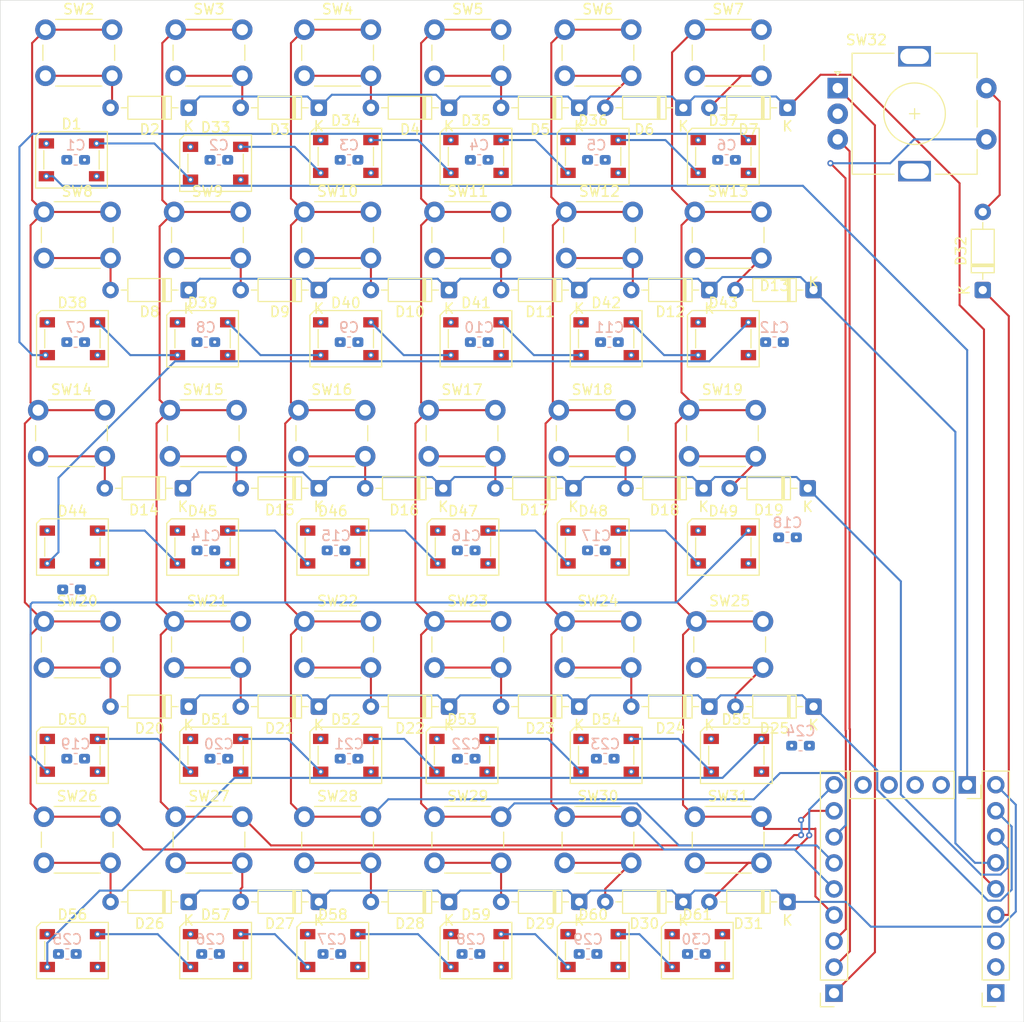
<source format=kicad_pcb>
(kicad_pcb (version 20241229) (generator "pcbnew") (generator_version "9.0")
  (layers (0 "F.Cu" signal) (4 "In1.Cu" signal) (6 "In2.Cu" signal) (2 "B.Cu" signal) (13 "F.Paste" user) (15 "B.Paste" user) (5 "F.SilkS" user "F.Silkscreen") (7 "B.SilkS" user "B.Silkscreen") (1 "F.Mask" user) (3 "B.Mask" user) (25 "Edge.Cuts" user))
  (net 0 "")
  (net 1 "GND")
  (net 2 "Net-(D1-DOUT)")
  (net 3 "Net-(D1-DIN)")
  (net 4 "Net-(D2-A)")
  (net 5 "Net-(D2-K)")
  (net 6 "Net-(D3-A)")
  (net 7 "Net-(D4-A)")
  (net 8 "Net-(D5-A)")
  (net 9 "Net-(D6-A)")
  (net 10 "Net-(D7-A)")
  (net 11 "Net-(D10-K)")
  (net 12 "Net-(D8-A)")
  (net 13 "Net-(D9-A)")
  (net 14 "Net-(D10-A)")
  (net 15 "Net-(D11-A)")
  (net 16 "Net-(D12-A)")
  (net 17 "Net-(D13-A)")
  (net 18 "Net-(D14-A)")
  (net 19 "Net-(D14-K)")
  (net 20 "Net-(D15-A)")
  (net 21 "Net-(D16-A)")
  (net 22 "Net-(D17-A)")
  (net 23 "Net-(D18-A)")
  (net 24 "Net-(D19-A)")
  (net 25 "Net-(D20-K)")
  (net 26 "Net-(D20-A)")
  (net 27 "Net-(D21-A)")
  (net 28 "Net-(D22-A)")
  (net 29 "Net-(D23-A)")
  (net 30 "Net-(D24-A)")
  (net 31 "Net-(D25-A)")
  (net 32 "Net-(D26-K)")
  (net 33 "Net-(D26-A)")
  (net 34 "Net-(D27-A)")
  (net 35 "Net-(D28-A)")
  (net 36 "Net-(D29-A)")
  (net 37 "Net-(D30-A)")
  (net 38 "Net-(D31-A)")
  (net 39 "Net-(D32-K)")
  (net 40 "Net-(D32-A)")
  (net 41 "Net-(D33-DOUT)")
  (net 42 "Net-(D34-DOUT)")
  (net 43 "Net-(D35-DOUT)")
  (net 44 "Net-(D36-DOUT)")
  (net 45 "Net-(D37-DOUT)")
  (net 46 "Net-(D38-DOUT)")
  (net 47 "Net-(D39-DOUT)")
  (net 48 "Net-(D40-DOUT)")
  (net 49 "Net-(D41-DOUT)")
  (net 50 "Net-(D42-DOUT)")
  (net 51 "Net-(D43-DOUT)")
  (net 52 "Net-(D44-DOUT)")
  (net 53 "Net-(D45-DOUT)")
  (net 54 "Net-(D46-DOUT)")
  (net 55 "Net-(D47-DOUT)")
  (net 56 "Net-(D48-DOUT)")
  (net 57 "Net-(D49-DOUT)")
  (net 58 "Net-(D50-DOUT)")
  (net 59 "Net-(D51-DOUT)")
  (net 60 "Net-(D52-DOUT)")
  (net 61 "Net-(D53-DOUT)")
  (net 62 "Net-(D54-DOUT)")
  (net 63 "Net-(D55-DOUT)")
  (net 64 "Net-(D56-DOUT)")
  (net 65 "Net-(D57-DOUT)")
  (net 66 "Net-(D58-DOUT)")
  (net 67 "Net-(D59-DOUT)")
  (net 68 "Net-(D60-DOUT)")
  (net 69 "unconnected-(D61-DOUT-Pad4)")
  (net 70 "Net-(SW14-Pad1)")
  (net 71 "Net-(SW15-Pad1)")
  (net 72 "Net-(SW10-Pad1)")
  (net 73 "Net-(SW11-Pad1)")
  (net 74 "Net-(SW12-Pad1)")
  (net 75 "Net-(SW13-Pad1)")
  (net 76 "Net-(SW32-PadA)")
  (net 77 "Net-(SW32-PadS1)")
  (net 78 "Net-(SW32-PadB)")
  (net 84 "+5V")
  (footprint "Diode_THT:D_DO-35_SOD27_P7.62mm_Horizontal" (layer "F.Cu") (at 185.42 35.56 180)
    (property "Reference" "D5")
    (property "Value" "1N4148")
  )
  (footprint "LED_SMD:LED_SK6812_PLCC4_5.0x5.0mm_P3.2mm" (layer "F.Cu") (at 135.98 78.41)
    (property "Reference" "D44")
    (property "Value" "SK6812")
  )
  (footprint "Diode_THT:D_DO-35_SOD27_P7.62mm_Horizontal" (layer "F.Cu") (at 207.72 72.68 180)
    (property "Reference" "D19")
    (property "Value" "1N4148")
  )
  (footprint "Button_Switch_THT:SW_PUSH_6mm" (layer "F.Cu") (at 183.44 65.06)
    (property "Reference" "SW18")
    (property "Value" "SW_Push")
  )
  (footprint "Diode_THT:D_DO-35_SOD27_P7.62mm_Horizontal" (layer "F.Cu") (at 205.74 113.03 180)
    (property "Reference" "D31")
    (property "Value" "1N4148")
  )
  (footprint "Button_Switch_THT:SW_PUSH_6mm" (layer "F.Cu") (at 196.14 65.06)
    (property "Reference" "SW19")
    (property "Value" "SW_Push")
  )
  (footprint "LED_SMD:LED_SK6812_PLCC4_5.0x5.0mm_P3.2mm" (layer "F.Cu") (at 161.38 78.41)
    (property "Reference" "D46")
    (property "Value" "SK6812")
  )
  (footprint "Button_Switch_THT:SW_PUSH_6mm" (layer "F.Cu") (at 196.7 104.72)
    (property "Reference" "SW31")
    (property "Value" "SW_Push")
  )
  (footprint "LED_SMD:LED_SK6812_PLCC4_5.0x5.0mm_P3.2mm" (layer "F.Cu") (at 199.48 78.41)
    (property "Reference" "D49")
    (property "Value" "SK6812")
  )
  (footprint "Diode_THT:D_DO-35_SOD27_P7.62mm_Horizontal" (layer "F.Cu") (at 160.02 35.56 180)
    (property "Reference" "D3")
    (property "Value" "1N4148")
  )
  (footprint "Diode_THT:D_DO-35_SOD27_P7.62mm_Horizontal" (layer "F.Cu") (at 197.56 72.68 180)
    (property "Reference" "D18")
    (property "Value" "1N4148")
  )
  (footprint "LED_SMD:LED_SK6812_PLCC4_5.0x5.0mm_P3.2mm" (layer "F.Cu") (at 175.35 40.31)
    (property "Reference" "D35")
    (property "Value" "SK6812")
  )
  (footprint "Diode_THT:D_DO-35_SOD27_P7.62mm_Horizontal" (layer "F.Cu") (at 147.32 113.03 180)
    (property "Reference" "D26")
    (property "Value" "1N4148")
  )
  (footprint "Button_Switch_THT:SW_PUSH_6mm" (layer "F.Cu") (at 196.7 27.94)
    (property "Reference" "SW7")
    (property "Value" "SW_Push")
  )
  (footprint "Diode_THT:D_DO-35_SOD27_P7.62mm_Horizontal" (layer "F.Cu") (at 195.58 35.56 180)
    (property "Reference" "D6")
    (property "Value" "1N4148")
  )
  (footprint "LED_SMD:LED_SK6812_PLCC4_5.0x5.0mm_P3.2mm" (layer "F.Cu") (at 135.89 40.64)
    (property "Reference" "D1")
    (property "Value" "SK6812")
  )
  (footprint "Diode_THT:D_DO-35_SOD27_P7.62mm_Horizontal" (layer "F.Cu") (at 160.02 113.03 180)
    (property "Reference" "D27")
    (property "Value" "1N4148")
  )
  (footprint "LED_SMD:LED_SK6812_PLCC4_5.0x5.0mm_P3.2mm" (layer "F.Cu") (at 135.98 117.78)
    (property "Reference" "D56")
    (property "Value" "SK6812")
  )
  (footprint "Diode_THT:D_DO-35_SOD27_P7.62mm_Horizontal" (layer "F.Cu") (at 160.02 72.68 180)
    (property "Reference" "D15")
    (property "Value" "1N4148")
  )
  (footprint "Button_Switch_THT:SW_PUSH_6mm" (layer "F.Cu") (at 158.6 85.67)
    (property "Reference" "SW22")
    (property "Value" "SW_Push")
  )
  (footprint "LED_SMD:LED_SK6812_PLCC4_5.0x5.0mm_P3.2mm" (layer "F.Cu") (at 149.95 40.97)
    (property "Reference" "D33")
    (property "Value" "SK6812")
  )
  (footprint "Button_Switch_THT:SW_PUSH_6mm" (layer "F.Cu") (at 171.3 104.72)
    (property "Reference" "SW29")
    (property "Value" "SW_Push")
  )
  (footprint "Diode_THT:D_DO-35_SOD27_P7.62mm_Horizontal" (layer "F.Cu") (at 172.72 113.03 180)
    (property "Reference" "D28")
    (property "Value" "1N4148")
  )
  (footprint "Button_Switch_THT:SW_PUSH_6mm" (layer "F.Cu") (at 158.6 27.94)
    (property "Reference" "SW4")
    (property "Value" "SW_Push")
  )
  (footprint "Diode_THT:D_DO-35_SOD27_P7.62mm_Horizontal" (layer "F.Cu") (at 208.28 53.34 180)
    (property "Reference" "D13")
    (property "Value" "1N4148")
  )
  (footprint "Button_Switch_THT:SW_PUSH_6mm" (layer "F.Cu") (at 158.04 65.06)
    (property "Reference" "SW16")
    (property "Value" "SW_Push")
  )
  (footprint "Diode_THT:D_DO-35_SOD27_P7.62mm_Horizontal" (layer "F.Cu") (at 147.32 53.34 180)
    (property "Reference" "D8")
    (property "Value" "1N4148")
  )
  (footprint "LED_SMD:LED_SK6812_PLCC4_5.0x5.0mm_P3.2mm" (layer "F.Cu") (at 135.98 98.73)
    (property "Reference" "D50")
    (property "Value" "SK6812")
  )
  (footprint "Diode_THT:D_DO-35_SOD27_P7.62mm_Horizontal" (layer "F.Cu") (at 172.72 35.56 180)
    (property "Reference" "D4")
    (property "Value" "1N4148")
  )
  (footprint "Diode_THT:D_DO-35_SOD27_P7.62mm_Horizontal" (layer "F.Cu") (at 172.16 72.68 180)
    (property "Reference" "D16")
    (property "Value" "1N4148")
  )
  (footprint "Diode_THT:D_DO-35_SOD27_P7.62mm_Horizontal" (layer "F.Cu") (at 185.42 53.34 180)
    (property "Reference" "D11")
    (property "Value" "1N4148")
  )
  (footprint "Button_Switch_THT:SW_PUSH_6mm" (layer "F.Cu") (at 146.05 104.72)
    (property "Reference" "SW27")
    (property "Value" "SW_Push")
  )
  (footprint "LED_SMD:LED_SK6812_PLCC4_5.0x5.0mm_P3.2mm" (layer "F.Cu") (at 186.78 78.41)
    (property "Reference" "D48")
    (property "Value" "SK6812")
  )
  (footprint "Button_Switch_THT:SW_PUSH_6mm" (layer "F.Cu") (at 184 85.67)
    (property "Reference" "SW24")
    (property "Value" "SW_Push")
  )
  (footprint "LED_SMD:LED_SK6812_PLCC4_5.0x5.0mm_P3.2mm" (layer "F.Cu") (at 148.68 78.41)
    (property "Reference" "D45")
    (property "Value" "SK6812")
  )
  (footprint "Diode_THT:D_DO-35_SOD27_P7.62mm_Horizontal" (layer "F.Cu") (at 208.28 93.98 180)
    (property "Reference" "D25")
    (property "Value" "1N4148")
  )
  (footprint "Button_Switch_THT:SW_PUSH_6mm" (layer "F.Cu") (at 158.6 45.72)
    (property "Reference" "SW10")
    (property "Value" "SW_Push")
  )
  (footprint "LED_SMD:LED_SK6812_PLCC4_5.0x5.0mm_P3.2mm" (layer "F.Cu") (at 149.95 117.78)
    (property "Reference" "D57")
    (property "Value" "SK6812")
  )
  (footprint "Button_Switch_THT:SW_PUSH_6mm" (layer "F.Cu") (at 133.2 45.72)
    (property "Reference" "SW8")
    (property "Value" "SW_Push")
  )
  (footprint "Button_Switch_THT:SW_PUSH_6mm" (layer "F.Cu") (at 184 27.94)
    (property "Reference" "SW6")
    (property "Value" "SW_Push")
  )
  (footprint "LED_SMD:LED_SK6812_PLCC4_5.0x5.0mm_P3.2mm" (layer "F.Cu") (at 162.65 40.31)
    (property "Reference" "D34")
    (property "Value" "SK6812")
  )
  (footprint "LED_SMD:LED_SK6812_PLCC4_5.0x5.0mm_P3.2mm" (layer "F.Cu") (at 200.75 98.73)
    (property "Reference" "D55")
    (property "Value" "SK6812")
  )
  (footprint "Diode_THT:D_DO-35_SOD27_P7.62mm_Horizontal" (layer "F.Cu") (at 147.32 35.56 180)
    (property "Reference" "D2")
    (property "Value" "1N4148")
  )
  (footprint "LED_SMD:LED_SK6812_PLCC4_5.0x5.0mm_P3.2mm" (layer "F.Cu") (at 162.65 58.09)
    (property "Reference" "D40")
    (property "Value" "SK6812")
  )
  (footprint "Button_Switch_THT:SW_PUSH_6mm" (layer "F.Cu") (at 158.6 104.72)
    (property "Reference" "SW28")
    (property "Value" "SW_Push")
  )
  (footprint "Diode_THT:D_DO-35_SOD27_P7.62mm_Horizontal" (layer "F.Cu") (at 160.02 53.34 180)
    (property "Reference" "D9")
    (property "Value" "1N4148")
  )
  (footprint "Diode_THT:D_DO-35_SOD27_P7.62mm_Horizontal" (layer "F.Cu") (at 198.12 53.34 180)
    (property "Reference" "D12")
    (property "Value" "1N4148")
  )
  (footprint "Button_Switch_THT:SW_PUSH_6mm" (layer "F.Cu") (at 145.9 45.72)
    (property "Reference" "SW9")
    (property "Value" "SW_Push")
  )
  (footprint "LED_SMD:LED_SK6812_PLCC4_5.0x5.0mm_P3.2mm" (layer "F.Cu") (at 188.05 98.73)
    (property "Reference" "D54")
    (property "Value" "SK6812")
  )
  (footprint "LED_SMD:LED_SK6812_PLCC4_5.0x5.0mm_P3.2mm" (layer "F.Cu") (at 174.08 78.41)
    (property "Reference" "D47")
    (property "Value" "SK6812")
  )
  (footprint "Diode_THT:D_DO-35_SOD27_P7.62mm_Horizontal" (layer "F.Cu") (at 184.86 72.68 180)
    (property "Reference" "D17")
    (property "Value" "1N4148")
  )
  (footprint "Diode_THT:D_DO-35_SOD27_P7.62mm_Horizontal" (layer "F.Cu") (at 185.42 113.03 180)
    (property "Reference" "D29")
    (property "Value" "1N4148")
  )
  (footprint "Diode_THT:D_DO-35_SOD27_P7.62mm_Horizontal" (layer "F.Cu") (at 195.58 113.03 180)
    (property "Reference" "D30")
    (property "Value" "1N4148")
  )
  (footprint "Diode_THT:D_DO-35_SOD27_P7.62mm_Horizontal" (layer "F.Cu") (at 224.79 53.34 90)
    (property "Reference" "D32")
    (property "Value" "1N4148")
  )
  (footprint "LED_SMD:LED_SK6812_PLCC4_5.0x5.0mm_P3.2mm" (layer "F.Cu") (at 186.78 40.31)
    (property "Reference" "D36")
    (property "Value" "SK6812")
  )
  (footprint "LED_SMD:LED_SK6812_PLCC4_5.0x5.0mm_P3.2mm" (layer "F.Cu") (at 186.78 117.78)
    (property "Reference" "D60")
    (property "Value" "SK6812")
  )
  (footprint "LED_SMD:LED_SK6812_PLCC4_5.0x5.0mm_P3.2mm" (layer "F.Cu") (at 196.94 117.78)
    (property "Reference" "D61")
    (property "Value" "SK6812")
  )
  (footprint "Button_Switch_THT:SW_PUSH_6mm" (layer "F.Cu") (at 196.85 85.67)
    (property "Reference" "SW25")
    (property "Value" "SW_Push")
  )
  (footprint "LED_SMD:LED_SK6812_PLCC4_5.0x5.0mm_P3.2mm" (layer "F.Cu") (at 149.95 98.73)
    (property "Reference" "D51")
    (property "Value" "SK6812")
  )
  (footprint "LED_SMD:LED_SK6812_PLCC4_5.0x5.0mm_P3.2mm" (layer "F.Cu") (at 175.35 58.09)
    (property "Reference" "D41")
    (property "Value" "SK6812")
  )
  (footprint "LED_SMD:LED_SK6812_PLCC4_5.0x5.0mm_P3.2mm" (layer "F.Cu") (at 173.99 98.73)
    (property "Reference" "D53")
    (property "Value" "SK6812")
  )
  (footprint "LED_SMD:LED_SK6812_PLCC4_5.0x5.0mm_P3.2mm" (layer "F.Cu") (at 188.05 58.09)
    (property "Reference" "D42")
    (property "Value" "SK6812")
  )
  (footprint "Diode_THT:D_DO-35_SOD27_P7.62mm_Horizontal" (layer "F.Cu") (at 172.72 93.98 180)
    (property "Reference" "D22")
    (property "Value" "1N4148")
  )
  (footprint "Rotary_Encoder:RotaryEncoder_Alps_EC11E-Switch_Vertical_H20mm" (layer "F.Cu") (at 210.64 33.64)
    (property "Reference" "SW32")
    (property "Value" "RotaryEncoder_Switch")
  )
  (footprint "Button_Switch_THT:SW_PUSH_6mm" (layer "F.Cu") (at 146.05 27.94)
    (property "Reference" "SW3")
    (property "Value" "SW_Push")
  )
  (footprint "LED_SMD:LED_SK6812_PLCC4_5.0x5.0mm_P3.2mm" (layer "F.Cu") (at 162.65 98.73)
    (property "Reference" "D52")
    (property "Value" "SK6812")
  )
  (footprint "Diode_THT:D_DO-35_SOD27_P7.62mm_Horizontal" (layer "F.Cu") (at 205.74 35.56 180)
    (property "Reference" "D7")
    (property "Value" "1N4148")
  )
  (footprint "Button_Switch_THT:SW_PUSH_6mm" (layer "F.Cu") (at 196.7 45.72)
    (property "Reference" "SW13")
    (property "Value" "SW_Push")
  )
  (footprint "LED_SMD:LED_SK6812_PLCC4_5.0x5.0mm_P3.2mm" (layer "F.Cu") (at 161.38 117.78)
    (property "Reference" "D58")
    (property "Value" "SK6812")
  )
  (footprint "Button_Switch_THT:SW_PUSH_6mm" (layer "F.Cu") (at 132.64 65.06)
    (property "Reference" "SW14")
    (property "Value" "SW_Push")
  )
  (footprint "Button_Switch_THT:SW_PUSH_6mm" (layer "F.Cu") (at 184 104.72)
    (property "Reference" "SW30")
    (property "Value" "SW_Push")
  )
  (footprint "Button_Switch_THT:SW_PUSH_6mm" (layer "F.Cu") (at 171.3 45.72)
    (property "Reference" "SW11")
    (property "Value" "SW_Push")
  )
  (footprint "Button_Switch_THT:SW_PUSH_6mm" (layer "F.Cu") (at 184.15 45.72)
    (property "Reference" "SW12")
    (property "Value" "SW_Push")
  )
  (footprint "Button_Switch_THT:SW_PUSH_6mm" (layer "F.Cu") (at 145.9 85.67)
    (property "Reference" "SW21")
    (property "Value" "SW_Push")
  )
  (footprint "Diode_THT:D_DO-35_SOD27_P7.62mm_Horizontal" (layer "F.Cu") (at 147.32 93.98 180)
    (property "Reference" "D20")
    (property "Value" "1N4148")
  )
  (footprint "Diode_THT:D_DO-35_SOD27_P7.62mm_Horizontal" (layer "F.Cu") (at 160.02 93.98 180)
    (property "Reference" "D21")
    (property "Value" "1N4148")
  )
  (footprint "Button_Switch_THT:SW_PUSH_6mm" (layer "F.Cu") (at 170.74 65.06)
    (property "Reference" "SW17")
    (property "Value" "SW_Push")
  )
  (footprint "Diode_THT:D_DO-35_SOD27_P7.62mm_Horizontal" (layer "F.Cu") (at 146.76 72.68 180)
    (property "Reference" "D14")
    (property "Value" "1N4148")
  )
  (footprint "Button_Switch_THT:SW_PUSH_6mm" (layer "F.Cu") (at 145.49 65.06)
    (property "Reference" "SW15")
    (property "Value" "SW_Push")
  )
  (footprint "LED_SMD:LED_SK6812_PLCC4_5.0x5.0mm_P3.2mm" (layer "F.Cu") (at 175.35 117.78)
    (property "Reference" "D59")
    (property "Value" "SK6812")
  )
  (footprint "LED_SMD:LED_SK6812_PLCC4_5.0x5.0mm_P3.2mm" (layer "F.Cu") (at 199.48 40.31)
    (property "Reference" "D37")
    (property "Value" "SK6812")
  )
  (footprint "Button_Switch_THT:SW_PUSH_6mm" (layer "F.Cu") (at 171.3 85.67)
    (property "Reference" "SW23")
    (property "Value" "SW_Push")
  )
  (footprint "LED_SMD:LED_SK6812_PLCC4_5.0x5.0mm_P3.2mm" (layer "F.Cu") (at 199.48 58.09)
    (property "Reference" "D43")
    (property "Value" "SK6812")
  )
  (footprint "Diode_THT:D_DO-35_SOD27_P7.62mm_Horizontal" (layer "F.Cu") (at 198.12 93.98 180)
    (property "Reference" "D24")
    (property "Value" "1N4148")
  )
  (footprint "Diode_THT:D_DO-35_SOD27_P7.62mm_Horizontal" (layer "F.Cu") (at 172.72 53.34 180)
    (property "Reference" "D10")
    (property "Value" "1N4148")
  )
  (footprint "Button_Switch_THT:SW_PUSH_6mm" (layer "F.Cu") (at 133.2 85.67)
    (property "Reference" "SW20")
    (property "Value" "SW_Push")
  )
  (footprint "Diode_THT:D_DO-35_SOD27_P7.62mm_Horizontal" (layer "F.Cu") (at 185.42 93.98 180)
    (property "Reference" "D23")
    (property "Value" "1N4148")
  )
  (footprint "Button_Switch_THT:SW_PUSH_6mm" (layer "F.Cu") (at 133.35 27.94)
    (property "Reference" "SW2")
    (property "Value" "SW_Push")
  )
  (footprint "Button_Switch_THT:SW_PUSH_6mm" (layer "F.Cu") (at 133.2 104.72)
    (property "Reference" "SW26")
    (property "Value" "SW_Push")
  )
  (footprint "LED_SMD:LED_SK6812_PLCC4_5.0x5.0mm_P3.2mm" (layer "F.Cu") (at 135.98 58.09)
    (property "Reference" "D38")
    (property "Value" "SK6812")
  )
  (footprint "RP2040-ZeroSocket:RP2040-ZeroSocket" (layer "F.Cu") (at 217.89 111.92 180)
    (property "Reference" "U1" (hide yes))
    (property "Value" "RP2040-Zero" (hide yes))
  )
  (footprint "LED_SMD:LED_SK6812_PLCC4_5.0x5.0mm_P3.2mm" (layer "F.Cu") (at 148.68 58.09)
    (property "Reference" "D39")
    (property "Value" "SK6812")
  )
  (footprint "Button_Switch_THT:SW_PUSH_6mm" (layer "F.Cu") (at 171.3 27.94)
    (property "Reference" "SW5")
    (property "Value" "SW_Push")
  )
  (footprint "Capacitor_SMD:C_0603_1608Metric_Pad1.08x0.95mm_HandSolder" (layer "B.Cu") (at 204.47 58.42 180)
    (property "Reference" "C12")
    (property "Value" "0.1uF")
  )
  (footprint "Capacitor_SMD:C_0603_1608Metric_Pad1.08x0.95mm_HandSolder" (layer "B.Cu") (at 188.3675 58.42 180)
    (property "Reference" "C11")
    (property "Value" "0.1uF")
  )
  (footprint "Capacitor_SMD:C_0603_1608Metric_Pad1.08x0.95mm_HandSolder" (layer "B.Cu") (at 135.89 82.55 180)
    (property "Reference" "C13" (hide yes))
    (property "Value" "0.1uF")
  )
  (footprint "Capacitor_SMD:C_0603_1608Metric_Pad1.08x0.95mm_HandSolder" (layer "B.Cu") (at 148.9975 78.74 180)
    (property "Reference" "C14")
    (property "Value" "0.1uF")
  )
  (footprint "Capacitor_SMD:C_0603_1608Metric_Pad1.08x0.95mm_HandSolder" (layer "B.Cu") (at 135.4825 118.11 180)
    (property "Reference" "C25")
    (property "Value" "0.1uF")
  )
  (footprint "Capacitor_SMD:C_0603_1608Metric_Pad1.08x0.95mm_HandSolder" (layer "B.Cu") (at 187.96 99.06 180)
    (property "Reference" "C23")
    (property "Value" "0.1uF")
  )
  (footprint "Capacitor_SMD:C_0603_1608Metric_Pad1.08x0.95mm_HandSolder" (layer "B.Cu") (at 161.6975 78.74 180)
    (property "Reference" "C15")
    (property "Value" "0.1uF")
  )
  (footprint "Capacitor_SMD:C_0603_1608Metric_Pad1.08x0.95mm_HandSolder" (layer "B.Cu") (at 162.9675 58.42 180)
    (property "Reference" "C9")
    (property "Value" "0.1uF")
  )
  (footprint "Capacitor_SMD:C_0603_1608Metric_Pad1.08x0.95mm_HandSolder" (layer "B.Cu") (at 186.2825 118.11 180)
    (property "Reference" "C29")
    (property "Value" "0.1uF")
  )
  (footprint "Capacitor_SMD:C_0603_1608Metric_Pad1.08x0.95mm_HandSolder" (layer "B.Cu") (at 161.29 118.11 180)
    (property "Reference" "C27")
    (property "Value" "0.1uF")
  )
  (footprint "Capacitor_SMD:C_0603_1608Metric_Pad1.08x0.95mm_HandSolder" (layer "B.Cu") (at 174.3975 99.06 180)
    (property "Reference" "C22")
    (property "Value" "0.1uF")
  )
  (footprint "Capacitor_SMD:C_0603_1608Metric_Pad1.08x0.95mm_HandSolder" (layer "B.Cu") (at 136.2975 58.42 180)
    (property "Reference" "C7")
    (property "Value" "0.1uF")
  )
  (footprint "Capacitor_SMD:C_0603_1608Metric_Pad1.08x0.95mm_HandSolder" (layer "B.Cu") (at 174.8525 118.11 180)
    (property "Reference" "C28")
    (property "Value" "0.1uF")
  )
  (footprint "Capacitor_SMD:C_0603_1608Metric_Pad1.08x0.95mm_HandSolder" (layer "B.Cu") (at 174.3975 78.74 180)
    (property "Reference" "C16")
    (property "Value" "0.1uF")
  )
  (footprint "Capacitor_SMD:C_0603_1608Metric_Pad1.08x0.95mm_HandSolder" (layer "B.Cu") (at 148.9975 58.42 180)
    (property "Reference" "C8")
    (property "Value" "0.1uF")
  )
  (footprint "Capacitor_SMD:C_0603_1608Metric_Pad1.08x0.95mm_HandSolder" (layer "B.Cu") (at 136.2975 99.06 180)
    (property "Reference" "C19")
    (property "Value" "0.1uF")
  )
  (footprint "Capacitor_SMD:C_0603_1608Metric_Pad1.08x0.95mm_HandSolder" (layer "B.Cu") (at 162.9675 40.64 180)
    (property "Reference" "C3")
    (property "Value" "0.1uF")
  )
  (footprint "Capacitor_SMD:C_0603_1608Metric_Pad1.08x0.95mm_HandSolder" (layer "B.Cu") (at 150.2675 40.64 180)
    (property "Reference" "C2")
    (property "Value" "0.1uF")
  )
  (footprint "Capacitor_SMD:C_0603_1608Metric_Pad1.08x0.95mm_HandSolder" (layer "B.Cu") (at 196.85 118.11 180)
    (property "Reference" "C30")
    (property "Value" "0.1uF")
  )
  (footprint "Capacitor_SMD:C_0603_1608Metric_Pad1.08x0.95mm_HandSolder" (layer "B.Cu") (at 162.9675 99.06 180)
    (property "Reference" "C21")
    (property "Value" "0.1uF")
  )
  (footprint "Capacitor_SMD:C_0603_1608Metric_Pad1.08x0.95mm_HandSolder" (layer "B.Cu") (at 150.2675 99.06 180)
    (property "Reference" "C20")
    (property "Value" "0.1uF")
  )
  (footprint "Capacitor_SMD:C_0603_1608Metric_Pad1.08x0.95mm_HandSolder" (layer "B.Cu") (at 199.7975 40.64 180)
    (property "Reference" "C6")
    (property "Value" "0.1uF")
  )
  (footprint "Capacitor_SMD:C_0603_1608Metric_Pad1.08x0.95mm_HandSolder" (layer "B.Cu") (at 175.6675 40.64 180)
    (property "Reference" "C4")
    (property "Value" "0.1uF")
  )
  (footprint "Capacitor_SMD:C_0603_1608Metric_Pad1.08x0.95mm_HandSolder" (layer "B.Cu") (at 207.01 97.79 180)
    (property "Reference" "C24")
    (property "Value" "0.1uF")
  )
  (footprint "Capacitor_SMD:C_0603_1608Metric_Pad1.08x0.95mm_HandSolder" (layer "B.Cu") (at 136.2975 40.64 180)
    (property "Reference" "C1")
    (property "Value" "0.1uF")
  )
  (footprint "Capacitor_SMD:C_0603_1608Metric_Pad1.08x0.95mm_HandSolder" (layer "B.Cu") (at 149.4525 118.11 180)
    (property "Reference" "C26")
    (property "Value" "0.1uF")
  )
  (footprint "Capacitor_SMD:C_0603_1608Metric_Pad1.08x0.95mm_HandSolder" (layer "B.Cu") (at 205.74 77.47 180)
    (property "Reference" "C18")
    (property "Value" "0.1uF")
  )
  (footprint "Capacitor_SMD:C_0603_1608Metric_Pad1.08x0.95mm_HandSolder" (layer "B.Cu") (at 187.0975 40.64 180)
    (property "Reference" "C5")
    (property "Value" "0.1uF")
  )
  (footprint "Capacitor_SMD:C_0603_1608Metric_Pad1.08x0.95mm_HandSolder" (layer "B.Cu") (at 187.0975 78.74 180)
    (property "Reference" "C17")
    (property "Value" "0.1uF")
  )
  (footprint "Capacitor_SMD:C_0603_1608Metric_Pad1.08x0.95mm_HandSolder" (layer "B.Cu") (at 175.6675 58.42 180)
    (property "Reference" "C10")
    (property "Value" "0.1uF")
  )
  (gr_rect (start 128.94 25.07) (end 228.8 124.76) (stroke (width 0.05)) (fill no) (layer "Edge.Cuts"))
  (via (at 133.53 76.81) (size 0.6) (drill 0.3) (layers "F.Cu" "B.Cu") (net 1))
  (via (at 185.6 56.49) (size 0.6) (drill 0.3) (layers "F.Cu" "B.Cu") (net 1))
  (via (at 184.33 76.81) (size 0.6) (drill 0.3) (layers "F.Cu" "B.Cu") (net 1))
  (via (at 195.9875 118.11) (size 0.6) (drill 0.3) (layers "F.Cu" "B.Cu") (net 1))
  (via (at 184.33 116.18) (size 0.6) (drill 0.3) (layers "F.Cu" "B.Cu") (net 1))
  (via (at 171.54 97.13) (size 0.6) (drill 0.3) (layers "F.Cu" "B.Cu") (net 1))
  (via (at 172.9 56.49) (size 0.6) (drill 0.3) (layers "F.Cu" "B.Cu") (net 1))
  (via (at 149.86 58.42) (size 0.6) (drill 0.3) (layers "F.Cu" "B.Cu") (net 1))
  (via (at 162.105 40.64) (size 0.6) (drill 0.3) (layers "F.Cu" "B.Cu") (net 1))
  (via (at 188.8225 99.06) (size 0.6) (drill 0.3) (layers "F.Cu" "B.Cu") (net 1))
  (via (at 147.5 116.18) (size 0.6) (drill 0.3) (layers "F.Cu" "B.Cu") (net 1))
  (via (at 194.49 116.18) (size 0.6) (drill 0.3) (layers "F.Cu" "B.Cu") (net 1))
  (via (at 185.6 97.13) (size 0.6) (drill 0.3) (layers "F.Cu" "B.Cu") (net 1))
  (via (at 135.0275 82.55) (size 0.6) (drill 0.3) (layers "F.Cu" "B.Cu") (net 1))
  (via (at 210.64 36.14) (size 0.6) (drill 0.3) (layers "F.Cu" "B.Cu") (net 1))
  (via (at 147.5 39.37) (size 0.6) (drill 0.3) (layers "F.Cu" "B.Cu") (net 1))
  (via (at 133.53 56.49) (size 0.6) (drill 0.3) (layers "F.Cu" "B.Cu") (net 1))
  (via (at 163.83 58.42) (size 0.6) (drill 0.3) (layers "F.Cu" "B.Cu") (net 1))
  (via (at 198.935 40.64) (size 0.6) (drill 0.3) (layers "F.Cu" "B.Cu") (net 1))
  (via (at 147.5 97.13) (size 0.6) (drill 0.3) (layers "F.Cu" "B.Cu") (net 1))
  (via (at 133.53 116.18) (size 0.6) (drill 0.3) (layers "F.Cu" "B.Cu") (net 1))
  (via (at 149.405 40.64) (size 0.6) (drill 0.3) (layers "F.Cu" "B.Cu") (net 1))
  (via (at 160.835 78.74) (size 0.6) (drill 0.3) (layers "F.Cu" "B.Cu") (net 1))
  (via (at 146.23 76.81) (size 0.6) (drill 0.3) (layers "F.Cu" "B.Cu") (net 1))
  (via (at 197.03 76.81) (size 0.6) (drill 0.3) (layers "F.Cu" "B.Cu") (net 1))
  (via (at 186.235 40.64) (size 0.6) (drill 0.3) (layers "F.Cu" "B.Cu") (net 1))
  (via (at 135.435 40.64) (size 0.6) (drill 0.3) (layers "F.Cu" "B.Cu") (net 1))
  (via (at 172.9 116.18) (size 0.6) (drill 0.3) (layers "F.Cu" "B.Cu") (net 1))
  (via (at 185.42 118.11) (size 0.6) (drill 0.3) (layers "F.Cu" "B.Cu") (net 1))
  (via (at 148.59 118.11) (size 0.6) (drill 0.3) (layers "F.Cu" "B.Cu") (net 1))
  (via (at 189.23 58.42) (size 0.6) (drill 0.3) (layers "F.Cu" "B.Cu") (net 1))
  (via (at 160.2 38.71) (size 0.6) (drill 0.3) (layers "F.Cu" "B.Cu") (net 1))
  (via (at 148.135 78.74) (size 0.6) (drill 0.3) (layers "F.Cu" "B.Cu") (net 1))
  (via (at 134.62 118.11) (size 0.6) (drill 0.3) (layers "F.Cu" "B.Cu") (net 1))
  (via (at 173.535 78.74) (size 0.6) (drill 0.3) (layers "F.Cu" "B.Cu") (net 1))
  (via (at 226.06 119.38) (size 0.6) (drill 0.3) (layers "F.Cu" "B.Cu") (net 1))
  (via (at 172.9 38.71) (size 0.6) (drill 0.3) (layers "F.Cu" "B.Cu") (net 1))
  (via (at 186.235 78.74) (size 0.6) (drill 0.3) (layers "F.Cu" "B.Cu") (net 1))
  (via (at 137.16 58.42) (size 0.6) (drill 0.3) (layers "F.Cu" "B.Cu") (net 1))
  (via (at 197.03 38.71) (size 0.6) (drill 0.3) (layers "F.Cu" "B.Cu") (net 1))
  (via (at 160.2 56.49) (size 0.6) (drill 0.3) (layers "F.Cu" "B.Cu") (net 1))
  (via (at 158.93 76.81) (size 0.6) (drill 0.3) (layers "F.Cu" "B.Cu") (net 1))
  (via (at 205.3325 58.42) (size 0.6) (drill 0.3) (layers "F.Cu" "B.Cu") (net 1))
  (via (at 173.99 118.11) (size 0.6) (drill 0.3) (layers "F.Cu" "B.Cu") (net 1))
  (via (at 146.23 56.49) (size 0.6) (drill 0.3) (layers "F.Cu" "B.Cu") (net 1))
  (via (at 184.33 38.71) (size 0.6) (drill 0.3) (layers "F.Cu" "B.Cu") (net 1))
  (via (at 175.26 99.06) (size 0.6) (drill 0.3) (layers "F.Cu" "B.Cu") (net 1))
  (via (at 197.03 56.49) (size 0.6) (drill 0.3) (layers "F.Cu" "B.Cu") (net 1))
  (via (at 174.805 40.64) (size 0.6) (drill 0.3) (layers "F.Cu" "B.Cu") (net 1))
  (via (at 204.8775 77.47) (size 0.6) (drill 0.3) (layers "F.Cu" "B.Cu") (net 1))
  (via (at 133.44 39.04) (size 0.6) (drill 0.3) (layers "F.Cu" "B.Cu") (net 1))
  (via (at 198.3 97.13) (size 0.6) (drill 0.3) (layers "F.Cu" "B.Cu") (net 1))
  (via (at 158.93 116.18) (size 0.6) (drill 0.3) (layers "F.Cu" "B.Cu") (net 1))
  (via (at 137.16 99.06) (size 0.6) (drill 0.3) (layers "F.Cu" "B.Cu") (net 1))
  (via (at 176.53 58.42) (size 0.6) (drill 0.3) (layers "F.Cu" "B.Cu") (net 1))
  (via (at 163.83 99.06) (size 0.6) (drill 0.3) (layers "F.Cu" "B.Cu") (net 1))
  (via (at 171.63 76.81) (size 0.6) (drill 0.3) (layers "F.Cu" "B.Cu") (net 1))
  (via (at 160.2 97.13) (size 0.6) (drill 0.3) (layers "F.Cu" "B.Cu") (net 1))
  (via (at 133.53 97.13) (size 0.6) (drill 0.3) (layers "F.Cu" "B.Cu") (net 1))
  (via (at 151.13 99.06) (size 0.6) (drill 0.3) (layers "F.Cu" "B.Cu") (net 1))
  (via (at 160.4275 118.11) (size 0.6) (drill 0.3) (layers "F.Cu" "B.Cu") (net 1))
  (via (at 207.8725 97.79) (size 0.6) (drill 0.3) (layers "F.Cu" "B.Cu") (net 1))
  (via (at 147.5 42.57) (size 0.6) (drill 0.3) (layers "F.Cu" "B.Cu") (net 2))
  (via (at 138.34 39.04) (size 0.6) (drill 0.3) (layers "F.Cu" "B.Cu") (net 2))
  (segment (start 138.34 39.04) (end 143.97 39.04) (width 0.2) (layer "B.Cu") (net 2))
  (segment (start 143.97 39.04) (end 147.5 42.57) (width 0.2) (layer "B.Cu") (net 2))
  (via (at 133.44 42.24) (size 0.6) (drill 0.3) (layers "F.Cu" "B.Cu") (net 3))
  (segment (start 223.27 101.62) (end 223.27 59.200057) (width 0.2) (layer "B.Cu") (net 3))
  (segment (start 207.240943 43.171) (end 135.001 43.171) (width 0.2) (layer "B.Cu") (net 3))
  (segment (start 135.001 43.171) (end 134.07 42.24) (width 0.2) (layer "B.Cu") (net 3))
  (segment (start 223.27 59.200057) (end 207.240943 43.171) (width 0.2) (layer "B.Cu") (net 3))
  (segment (start 134.07 42.24) (end 133.44 42.24) (width 0.2) (layer "B.Cu") (net 3))
  (segment (start 133.35 32.44) (end 139.85 32.44) (width 0.2) (layer "F.Cu") (net 4))
  (segment (start 139.85 32.44) (end 139.85 35.41) (width 0.2) (layer "F.Cu") (net 4))
  (segment (start 139.85 35.41) (end 139.7 35.56) (width 0.2) (layer "F.Cu") (net 4))
  (segment (start 224.909 110.609) (end 224.909 57.189) (width 0.2) (layer "F.Cu") (net 5))
  (segment (start 211.941 32.339) (end 208.961 32.339) (width 0.2) (layer "F.Cu") (net 5))
  (segment (start 208.961 32.339) (end 205.74 35.56) (width 0.2) (layer "F.Cu") (net 5))
  (segment (start 222.53 54.81) (end 222.53 42.928) (width 0.2) (layer "F.Cu") (net 5))
  (segment (start 226.06 111.76) (end 224.909 110.609) (width 0.2) (layer "F.Cu") (net 5))
  (segment (start 222.53 42.928) (end 211.941 32.339) (width 0.2) (layer "F.Cu") (net 5))
  (segment (start 224.909 57.189) (end 222.53 54.81) (width 0.2) (layer "F.Cu") (net 5))
  (segment (start 186.521 34.459) (end 194.479 34.459) (width 0.2) (layer "B.Cu") (net 5))
  (segment (start 171.45 34.29) (end 172.72 35.56) (width 0.2) (layer "B.Cu") (net 5))
  (segment (start 194.479 34.459) (end 195.58 35.56) (width 0.2) (layer "B.Cu") (net 5))
  (segment (start 172.72 35.56) (end 173.821 34.459) (width 0.2) (layer "B.Cu") (net 5))
  (segment (start 173.821 34.459) (end 184.319 34.459) (width 0.2) (layer "B.Cu") (net 5))
  (segment (start 147.32 35.56) (end 148.421 34.459) (width 0.2) (layer "B.Cu") (net 5))
  (segment (start 184.319 34.459) (end 185.42 35.56) (width 0.2) (layer "B.Cu") (net 5))
  (segment (start 196.681 34.459) (end 204.639 34.459) (width 0.2) (layer "B.Cu") (net 5))
  (segment (start 185.42 35.56) (end 186.521 34.459) (width 0.2) (layer "B.Cu") (net 5))
  (segment (start 161.29 34.29) (end 171.45 34.29) (width 0.2) (layer "B.Cu") (net 5))
  (segment (start 205.74 35.56) (end 204.639 34.459) (width 0.2) (layer "B.Cu") (net 5))
  (segment (start 160.02 35.56) (end 161.29 34.29) (width 0.2) (layer "B.Cu") (net 5))
  (segment (start 148.421 34.459) (end 158.919 34.459) (width 0.2) (layer "B.Cu") (net 5))
  (segment (start 195.58 35.56) (end 196.681 34.459) (width 0.2) (layer "B.Cu") (net 5))
  (segment (start 158.919 34.459) (end 160.02 35.56) (width 0.2) (layer "B.Cu") (net 5))
  (segment (start 146.05 32.44) (end 152.55 32.44) (width 0.2) (layer "F.Cu") (net 6))
  (segment (start 152.55 32.44) (end 152.55 35.41) (width 0.2) (layer "F.Cu") (net 6))
  (segment (start 152.55 35.41) (end 152.4 35.56) (width 0.2) (layer "F.Cu") (net 6))
  (segment (start 165.1 32.44) (end 165.1 35.56) (width 0.2) (layer "F.Cu") (net 7))
  (segment (start 158.6 32.44) (end 165.1 32.44) (width 0.2) (layer "F.Cu") (net 7))
  (segment (start 171.3 32.44) (end 177.8 32.44) (width 0.2) (layer "F.Cu") (net 8))
  (segment (start 177.8 32.44) (end 177.8 35.56) (width 0.2) (layer "F.Cu") (net 8))
  (segment (start 187.96 34.98) (end 187.96 35.56) (width 0.2) (layer "F.Cu") (net 9))
  (segment (start 184 32.44) (end 190.5 32.44) (width 0.2) (layer "F.Cu") (net 9))
  (segment (start 190.5 32.44) (end 187.96 34.98) (width 0.2) (layer "F.Cu") (net 9))
  (segment (start 196.7 32.44) (end 203.2 32.44) (width 0.2) (layer "F.Cu") (net 10))
  (segment (start 201.24 32.44) (end 198.12 35.56) (width 0.2) (layer "F.Cu") (net 10))
  (segment (start 203.2 32.44) (end 201.24 32.44) (width 0.2) (layer "F.Cu") (net 10))
  (segment (start 199.39 52.07) (end 207.01 52.07) (width 0.2) (layer "B.Cu") (net 11))
  (segment (start 222.119 67.179) (end 208.28 53.34) (width 0.2) (layer "B.Cu") (net 11))
  (segment (start 184.319 52.239) (end 185.42 53.34) (width 0.2) (layer "B.Cu") (net 11))
  (segment (start 158.919 52.239) (end 160.02 53.34) (width 0.2) (layer "B.Cu") (net 11))
  (segment (start 207.01 52.07) (end 208.28 53.34) (width 0.2) (layer "B.Cu") (net 11))
  (segment (start 160.02 53.34) (end 161.121 52.239) (width 0.2) (layer "B.Cu") (net 11))
  (segment (start 224.03 109.22) (end 222.119 107.309) (width 0.2) (layer "B.Cu") (net 11))
  (segment (start 186.521 52.239) (end 197.019 52.239) (width 0.2) (layer "B.Cu") (net 11))
  (segment (start 171.619 52.239) (end 172.72 53.34) (width 0.2) (layer "B.Cu") (net 11))
  (segment (start 222.119 107.309) (end 222.119 67.179) (width 0.2) (layer "B.Cu") (net 11))
  (segment (start 185.42 53.34) (end 186.521 52.239) (width 0.2) (layer "B.Cu") (net 11))
  (segment (start 208.28 53.34) (end 209.55 54.61) (width 0.2) (layer "B.Cu") (net 11))
  (segment (start 148.421 52.239) (end 158.919 52.239) (width 0.2) (layer "B.Cu") (net 11))
  (segment (start 147.32 53.34) (end 148.421 52.239) (width 0.2) (layer "B.Cu") (net 11))
  (segment (start 226.06 109.22) (end 224.03 109.22) (width 0.2) (layer "B.Cu") (net 11))
  (segment (start 161.121 52.239) (end 171.619 52.239) (width 0.2) (layer "B.Cu") (net 11))
  (segment (start 172.72 53.34) (end 173.821 52.239) (width 0.2) (layer "B.Cu") (net 11))
  (segment (start 198.12 53.34) (end 199.39 52.07) (width 0.2) (layer "B.Cu") (net 11))
  (segment (start 197.019 52.239) (end 198.12 53.34) (width 0.2) (layer "B.Cu") (net 11))
  (segment (start 173.821 52.239) (end 184.319 52.239) (width 0.2) (layer "B.Cu") (net 11))
  (segment (start 133.2 50.22) (end 139.7 50.22) (width 0.2) (layer "F.Cu") (net 12))
  (segment (start 139.7 50.22) (end 139.7 53.34) (width 0.2) (layer "F.Cu") (net 12))
  (segment (start 152.4 50.22) (end 152.4 53.34) (width 0.2) (layer "F.Cu") (net 13))
  (segment (start 145.9 50.22) (end 152.4 50.22) (width 0.2) (layer "F.Cu") (net 13))
  (segment (start 165.1 50.22) (end 165.1 53.34) (width 0.2) (layer "F.Cu") (net 14))
  (segment (start 158.6 50.22) (end 165.1 50.22) (width 0.2) (layer "F.Cu") (net 14))
  (segment (start 177.8 50.22) (end 177.8 53.34) (width 0.2) (layer "F.Cu") (net 15))
  (segment (start 171.3 50.22) (end 177.8 50.22) (width 0.2) (layer "F.Cu") (net 15))
  (segment (start 190.65 53.19) (end 190.5 53.34) (width 0.2) (layer "F.Cu") (net 16))
  (segment (start 190.65 50.22) (end 190.65 53.19) (width 0.2) (layer "F.Cu") (net 16))
  (segment (start 184.15 50.22) (end 190.65 50.22) (width 0.2) (layer "F.Cu") (net 16))
  (segment (start 200.66 52.76) (end 200.66 53.34) (width 0.2) (layer "F.Cu") (net 17))
  (segment (start 203.2 50.22) (end 200.66 52.76) (width 0.2) (layer "F.Cu") (net 17))
  (segment (start 196.7 50.22) (end 203.2 50.22) (width 0.2) (layer "F.Cu") (net 17))
  (segment (start 132.64 69.56) (end 139.14 69.56) (width 0.2) (layer "F.Cu") (net 18))
  (segment (start 139.14 69.56) (end 139.14 72.68) (width 0.2) (layer "F.Cu") (net 18))
  (segment (start 226.53676 110.371) (end 224.6139 110.371) (width 0.2) (layer "B.Cu") (net 19))
  (segment (start 216.801 81.761) (end 207.72 72.68) (width 0.2) (layer "B.Cu") (net 19))
  (segment (start 185.961 71.579) (end 196.459 71.579) (width 0.2) (layer "B.Cu") (net 19))
  (segment (start 197.56 72.68) (end 198.661 71.579) (width 0.2) (layer "B.Cu") (net 19))
  (segment (start 173.261 71.579) (end 183.759 71.579) (width 0.2) (layer "B.Cu") (net 19))
  (segment (start 227.211 109.69676) (end 226.53676 110.371) (width 0.2) (layer "B.Cu") (net 19))
  (segment (start 198.661 71.579) (end 206.619 71.579) (width 0.2) (layer "B.Cu") (net 19))
  (segment (start 146.76 72.68) (end 148.32 71.12) (width 0.2) (layer "B.Cu") (net 19))
  (segment (start 224.6139 110.371) (end 216.801 102.5581) (width 0.2) (layer "B.Cu") (net 19))
  (segment (start 161.121 71.579) (end 171.059 71.579) (width 0.2) (layer "B.Cu") (net 19))
  (segment (start 227.211 107.831) (end 227.211 109.69676) (width 0.2) (layer "B.Cu") (net 19))
  (segment (start 183.759 71.579) (end 184.86 72.68) (width 0.2) (layer "B.Cu") (net 19))
  (segment (start 226.06 106.68) (end 227.211 107.831) (width 0.2) (layer "B.Cu") (net 19))
  (segment (start 216.801 102.5581) (end 216.801 81.761) (width 0.2) (layer "B.Cu") (net 19))
  (segment (start 148.32 71.12) (end 158.46 71.12) (width 0.2) (layer "B.Cu") (net 19))
  (segment (start 158.46 71.12) (end 160.02 72.68) (width 0.2) (layer "B.Cu") (net 19))
  (segment (start 206.619 71.579) (end 207.72 72.68) (width 0.2) (layer "B.Cu") (net 19))
  (segment (start 171.059 71.579) (end 172.16 72.68) (width 0.2) (layer "B.Cu") (net 19))
  (segment (start 160.02 72.68) (end 161.121 71.579) (width 0.2) (layer "B.Cu") (net 19))
  (segment (start 172.16 72.68) (end 173.261 71.579) (width 0.2) (layer "B.Cu") (net 19))
  (segment (start 196.459 71.579) (end 197.56 72.68) (width 0.2) (layer "B.Cu") (net 19))
  (segment (start 184.86 72.68) (end 185.961 71.579) (width 0.2) (layer "B.Cu") (net 19))
  (segment (start 151.99 72.27) (end 152.4 72.68) (width 0.2) (layer "F.Cu") (net 20))
  (segment (start 151.99 69.56) (end 151.99 72.27) (width 0.2) (layer "F.Cu") (net 20))
  (segment (start 145.49 69.56) (end 151.99 69.56) (width 0.2) (layer "F.Cu") (net 20))
  (segment (start 164.54 69.56) (end 164.54 72.68) (width 0.2) (layer "F.Cu") (net 21))
  (segment (start 158.04 69.56) (end 164.54 69.56) (width 0.2) (layer "F.Cu") (net 21))
  (segment (start 170.74 69.56) (end 177.24 69.56) (width 0.2) (layer "F.Cu") (net 22))
  (segment (start 177.24 69.56) (end 177.24 72.68) (width 0.2) (layer "F.Cu") (net 22))
  (segment (start 183.44 69.56) (end 189.94 69.56) (width 0.2) (layer "F.Cu") (net 23))
  (segment (start 189.94 69.56) (end 189.94 72.68) (width 0.2) (layer "F.Cu") (net 23))
  (segment (start 202.64 69.56) (end 202.64 70.14) (width 0.2) (layer "F.Cu") (net 24))
  (segment (start 196.14 69.56) (end 202.64 69.56) (width 0.2) (layer "F.Cu") (net 24))
  (segment (start 202.64 70.14) (end 200.1 72.68) (width 0.2) (layer "F.Cu") (net 24))
  (segment (start 214.499 102.09676) (end 214.499 100.199) (width 0.2) (layer "B.Cu") (net 25))
  (segment (start 207.179 92.879) (end 208.28 93.98) (width 0.2) (layer "B.Cu") (net 25))
  (segment (start 226.06 104.14) (end 227.612 105.692) (width 0.2) (layer "B.Cu") (net 25))
  (segment (start 225.31324 112.911) (end 214.499 102.09676) (width 0.2) (layer "B.Cu") (net 25))
  (segment (start 173.821 92.879) (end 184.319 92.879) (width 0.2) (layer "B.Cu") (net 25))
  (segment (start 198.12 93.98) (end 199.221 92.879) (width 0.2) (layer "B.Cu") (net 25))
  (segment (start 171.619 92.879) (end 172.72 93.98) (width 0.2) (layer "B.Cu") (net 25))
  (segment (start 197.019 92.879) (end 198.12 93.98) (width 0.2) (layer "B.Cu") (net 25))
  (segment (start 214.499 100.199) (end 208.28 93.98) (width 0.2) (layer "B.Cu") (net 25))
  (segment (start 158.919 92.879) (end 160.02 93.98) (width 0.2) (layer "B.Cu") (net 25))
  (segment (start 172.72 93.98) (end 173.821 92.879) (width 0.2) (layer "B.Cu") (net 25))
  (segment (start 148.421 92.879) (end 158.919 92.879) (width 0.2) (layer "B.Cu") (net 25))
  (segment (start 226.53676 112.911) (end 225.31324 112.911) (width 0.2) (layer "B.Cu") (net 25))
  (segment (start 185.42 93.98) (end 186.521 92.879) (width 0.2) (layer "B.Cu") (net 25))
  (segment (start 227.612 105.692) (end 227.612 111.83576) (width 0.2) (layer "B.Cu") (net 25))
  (segment (start 161.121 92.879) (end 171.619 92.879) (width 0.2) (layer "B.Cu") (net 25))
  (segment (start 184.319 92.879) (end 185.42 93.98) (width 0.2) (layer "B.Cu") (net 25))
  (segment (start 199.221 92.879) (end 207.179 92.879) (width 0.2) (layer "B.Cu") (net 25))
  (segment (start 160.02 93.98) (end 161.121 92.879) (width 0.2) (layer "B.Cu") (net 25))
  (segment (start 147.32 93.98) (end 148.421 92.879) (width 0.2) (layer "B.Cu") (net 25))
  (segment (start 186.521 92.879) (end 197.019 92.879) (width 0.2) (layer "B.Cu") (net 25))
  (segment (start 227.612 111.83576) (end 226.53676 112.911) (width 0.2) (layer "B.Cu") (net 25))
  (segment (start 133.2 90.17) (end 139.7 90.17) (width 0.2) (layer "F.Cu") (net 26))
  (segment (start 139.7 90.17) (end 139.7 93.98) (width 0.2) (layer "F.Cu") (net 26))
  (segment (start 145.9 90.17) (end 152.4 90.17) (width 0.2) (layer "F.Cu") (net 27))
  (segment (start 152.4 90.17) (end 152.4 93.98) (width 0.2) (layer "F.Cu") (net 27))
  (segment (start 165.1 90.17) (end 165.1 93.98) (width 0.2) (layer "F.Cu") (net 28))
  (segment (start 158.6 90.17) (end 165.1 90.17) (width 0.2) (layer "F.Cu") (net 28))
  (segment (start 171.3 90.17) (end 177.8 90.17) (width 0.2) (layer "F.Cu") (net 29))
  (segment (start 177.8 90.17) (end 177.8 93.98) (width 0.2) (layer "F.Cu") (net 29))
  (segment (start 184 90.17) (end 190.5 90.17) (width 0.2) (layer "F.Cu") (net 30))
  (segment (start 190.5 90.17) (end 190.5 93.98) (width 0.2) (layer "F.Cu") (net 30))
  (segment (start 203.35 90.17) (end 200.66 92.86) (width 0.2) (layer "F.Cu") (net 31))
  (segment (start 196.85 90.17) (end 203.35 90.17) (width 0.2) (layer "F.Cu") (net 31))
  (segment (start 200.66 92.86) (end 200.66 93.98) (width 0.2) (layer "F.Cu") (net 31))
  (segment (start 172.72 113.03) (end 173.821 111.929) (width 0.2) (layer "B.Cu") (net 32))
  (segment (start 228.013 103.553) (end 228.013 113.97476) (width 0.2) (layer "B.Cu") (net 32))
  (segment (start 185.42 113.03) (end 186.521 111.929) (width 0.2) (layer "B.Cu") (net 32))
  (segment (start 204.639 111.929) (end 205.74 113.03) (width 0.2) (layer "B.Cu") (net 32))
  (segment (start 213.871 115.451) (end 211.45 113.03) (width 0.2) (layer "B.Cu") (net 32))
  (segment (start 186.521 111.929) (end 194.479 111.929) (width 0.2) (layer "B.Cu") (net 32))
  (segment (start 148.421 111.929) (end 158.919 111.929) (width 0.2) (layer "B.Cu") (net 32))
  (segment (start 184.319 111.929) (end 185.42 113.03) (width 0.2) (layer "B.Cu") (net 32))
  (segment (start 226.06 101.6) (end 228.013 103.553) (width 0.2) (layer "B.Cu") (net 32))
  (segment (start 171.619 111.929) (end 172.72 113.03) (width 0.2) (layer "B.Cu") (net 32))
  (segment (start 195.58 113.03) (end 196.681 111.929) (width 0.2) (layer "B.Cu") (net 32))
  (segment (start 228.013 113.97476) (end 226.53676 115.451) (width 0.2) (layer "B.Cu") (net 32))
  (segment (start 147.32 113.03) (end 148.421 111.929) (width 0.2) (layer "B.Cu") (net 32))
  (segment (start 158.919 111.929) (end 160.02 113.03) (width 0.2) (layer "B.Cu") (net 32))
  (segment (start 196.681 111.929) (end 204.639 111.929) (width 0.2) (layer "B.Cu") (net 32))
  (segment (start 161.121 111.929) (end 171.619 111.929) (width 0.2) (layer "B.Cu") (net 32))
  (segment (start 173.821 111.929) (end 184.319 111.929) (width 0.2) (layer "B.Cu") (net 32))
  (segment (start 194.479 111.929) (end 195.58 113.03) (width 0.2) (layer "B.Cu") (net 32))
  (segment (start 160.02 113.03) (end 161.121 111.929) (width 0.2) (layer "B.Cu") (net 32))
  (segment (start 211.45 113.03) (end 205.74 113.03) (width 0.2) (layer "B.Cu") (net 32))
  (segment (start 226.53676 115.451) (end 213.871 115.451) (width 0.2) (layer "B.Cu") (net 32))
  (segment (start 139.7 109.22) (end 139.7 113.03) (width 0.2) (layer "F.Cu") (net 33))
  (segment (start 133.2 109.22) (end 139.7 109.22) (width 0.2) (layer "F.Cu") (net 33))
  (segment (start 152.4 113.03) (end 152.4 111.76) (width 0.2) (layer "F.Cu") (net 34))
  (segment (start 146.05 109.22) (end 152.55 109.22) (width 0.2) (layer "F.Cu") (net 34))
  (segment (start 152.4 111.76) (end 152.55 111.61) (width 0.2) (layer "F.Cu") (net 34))
  (segment (start 152.55 111.61) (end 152.55 109.22) (width 0.2) (layer "F.Cu") (net 34))
  (segment (start 165.1 109.22) (end 165.1 113.03) (width 0.2) (layer "F.Cu") (net 35))
  (segment (start 158.6 109.22) (end 165.1 109.22) (width 0.2) (layer "F.Cu") (net 35))
  (segment (start 177.8 113.03) (end 177.8 109.22) (width 0.2) (layer "F.Cu") (net 36))
  (segment (start 171.3 109.22) (end 177.8 109.22) (width 0.2) (layer "F.Cu") (net 36))
  (segment (start 184 109.22) (end 190.5 109.22) (width 0.2) (layer "F.Cu") (net 37))
  (segment (start 190.5 109.22) (end 187.96 111.76) (width 0.2) (layer "F.Cu") (net 37))
  (segment (start 187.96 111.76) (end 187.96 113.03) (width 0.2) (layer "F.Cu") (net 37))
  (segment (start 196.7 109.22) (end 203.2 109.22) (width 0.2) (layer "F.Cu") (net 38))
  (segment (start 203.2 109.22) (end 201.93 109.22) (width 0.2) (layer "F.Cu") (net 38))
  (segment (start 201.93 109.22) (end 198.12 113.03) (width 0.2) (layer "F.Cu") (net 38))
  (segment (start 224.79 53.34) (end 227.33 55.88) (width 0.2) (layer "F.Cu") (net 39))
  (segment (start 227.33 55.88) (end 227.33 114.3) (width 0.2) (layer "F.Cu") (net 39))
  (segment (start 227.33 114.3) (end 226.06 114.3) (width 0.2) (layer "F.Cu") (net 39))
  (segment (start 226.441 44.069) (end 224.79 45.72) (width 0.2) (layer "F.Cu") (net 40))
  (segment (start 225.14 33.64) (end 226.441 34.941) (width 0.2) (layer "F.Cu") (net 40))
  (segment (start 226.441 34.941) (end 226.441 44.069) (width 0.2) (layer "F.Cu") (net 40))
  (via (at 160.2 41.91) (size 0.6) (drill 0.3) (layers "F.Cu" "B.Cu") (net 41))
  (via (at 152.4 39.37) (size 0.6) (drill 0.3) (layers "F.Cu" "B.Cu") (net 41))
  (segment (start 157.66 39.37) (end 160.2 41.91) (width 0.2) (layer "B.Cu") (net 41))
  (segment (start 152.4 39.37) (end 157.66 39.37) (width 0.2) (layer "B.Cu") (net 41))
  (via (at 165.1 38.71) (size 0.6) (drill 0.3) (layers "F.Cu" "B.Cu") (net 42))
  (via (at 172.9 41.91) (size 0.6) (drill 0.3) (layers "F.Cu" "B.Cu") (net 42))
  (segment (start 169.7 38.71) (end 172.9 41.91) (width 0.2) (layer "B.Cu") (net 42))
  (segment (start 165.1 38.71) (end 169.7 38.71) (width 0.2) (layer "B.Cu") (net 42))
  (via (at 177.8 38.71) (size 0.6) (drill 0.3) (layers "F.Cu" "B.Cu") (net 43))
  (via (at 184.33 41.91) (size 0.6) (drill 0.3) (layers "F.Cu" "B.Cu") (net 43))
  (segment (start 181.13 38.71) (end 184.33 41.91) (width 0.2) (layer "B.Cu") (net 43))
  (segment (start 177.8 38.71) (end 181.13 38.71) (width 0.2) (layer "B.Cu") (net 43))
  (via (at 189.23 38.71) (size 0.6) (drill 0.3) (layers "F.Cu" "B.Cu") (net 44))
  (via (at 197.03 41.91) (size 0.6) (drill 0.3) (layers "F.Cu" "B.Cu") (net 44))
  (segment (start 193.83 38.71) (end 197.03 41.91) (width 0.2) (layer "B.Cu") (net 44))
  (segment (start 189.23 38.71) (end 193.83 38.71) (width 0.2) (layer "B.Cu") (net 44))
  (via (at 201.93 38.71) (size 0.6) (drill 0.3) (layers "F.Cu" "B.Cu") (net 45))
  (via (at 133.35 59.69) (size 0.6) (drill 0.3) (layers "F.Cu" "B.Cu") (net 45))
  (segment (start 201.93 38.71) (end 201.32 38.1) (width 0.2) (layer "B.Cu") (net 45))
  (segment (start 132.08 38.1) (end 130.81 39.37) (width 0.2) (layer "B.Cu") (net 45))
  (segment (start 130.81 39.37) (end 130.81 58.42) (width 0.2) (layer "B.Cu") (net 45))
  (segment (start 132.08 59.69) (end 133.35 59.69) (width 0.2) (layer "B.Cu") (net 45))
  (segment (start 130.81 58.42) (end 132.08 59.69) (width 0.2) (layer "B.Cu") (net 45))
  (segment (start 201.32 38.1) (end 132.08 38.1) (width 0.2) (layer "B.Cu") (net 45))
  (via (at 138.43 56.49) (size 0.6) (drill 0.3) (layers "F.Cu" "B.Cu") (net 46))
  (via (at 146.23 59.69) (size 0.6) (drill 0.3) (layers "F.Cu" "B.Cu") (net 46))
  (segment (start 146.23 59.69) (end 141.63 59.69) (width 0.2) (layer "B.Cu") (net 46))
  (segment (start 141.63 59.69) (end 138.43 56.49) (width 0.2) (layer "B.Cu") (net 46))
  (via (at 160.2 59.69) (size 0.6) (drill 0.3) (layers "F.Cu" "B.Cu") (net 47))
  (via (at 151.13 56.49) (size 0.6) (drill 0.3) (layers "F.Cu" "B.Cu") (net 47))
  (segment (start 154.33 59.69) (end 151.13 56.49) (width 0.2) (layer "B.Cu") (net 47))
  (segment (start 160.2 59.69) (end 154.33 59.69) (width 0.2) (layer "B.Cu") (net 47))
  (via (at 165.1 56.49) (size 0.6) (drill 0.3) (layers "F.Cu" "B.Cu") (net 48))
  (via (at 172.9 59.69) (size 0.6) (drill 0.3) (layers "F.Cu" "B.Cu") (net 48))
  (segment (start 172.9 59.69) (end 168.3 59.69) (width 0.2) (layer "B.Cu") (net 48))
  (segment (start 168.3 59.69) (end 165.1 56.49) (width 0.2) (layer "B.Cu") (net 48))
  (via (at 185.6 59.69) (size 0.6) (drill 0.3) (layers "F.Cu" "B.Cu") (net 49))
  (via (at 177.8 56.49) (size 0.6) (drill 0.3) (layers "F.Cu" "B.Cu") (net 49))
  (segment (start 185.6 59.69) (end 181 59.69) (width 0.2) (layer "B.Cu") (net 49))
  (segment (start 181 59.69) (end 177.8 56.49) (width 0.2) (layer "B.Cu") (net 49))
  (via (at 190.5 56.49) (size 0.6) (drill 0.3) (layers "F.Cu" "B.Cu") (net 50))
  (via (at 197.03 59.69) (size 0.6) (drill 0.3) (layers "F.Cu" "B.Cu") (net 50))
  (segment (start 197.03 59.69) (end 193.7 59.69) (width 0.2) (layer "B.Cu") (net 50))
  (segment (start 193.7 59.69) (end 190.5 56.49) (width 0.2) (layer "B.Cu") (net 50))
  (via (at 133.53 80.01) (size 0.6) (drill 0.3) (layers "F.Cu" "B.Cu") (net 51))
  (via (at 201.93 56.49) (size 0.6) (drill 0.3) (layers "F.Cu" "B.Cu") (net 51))
  (segment (start 133.53 80.01) (end 134.62 78.92) (width 0.2) (layer "B.Cu") (net 51))
  (segment (start 198.129 60.291) (end 201.93 56.49) (width 0.2) (layer "B.Cu") (net 51))
  (segment (start 145.981057 60.291) (end 198.129 60.291) (width 0.2) (layer "B.Cu") (net 51))
  (segment (start 134.62 71.652057) (end 145.981057 60.291) (width 0.2) (layer "B.Cu") (net 51))
  (segment (start 134.62 78.92) (end 134.62 71.652057) (width 0.2) (layer "B.Cu") (net 51))
  (via (at 138.43 76.81) (size 0.6) (drill 0.3) (layers "F.Cu" "B.Cu") (net 52))
  (via (at 146.23 80.01) (size 0.6) (drill 0.3) (layers "F.Cu" "B.Cu") (net 52))
  (segment (start 138.43 76.81) (end 143.03 76.81) (width 0.2) (layer "B.Cu") (net 52))
  (segment (start 143.03 76.81) (end 146.23 80.01) (width 0.2) (layer "B.Cu") (net 52))
  (via (at 151.13 76.81) (size 0.6) (drill 0.3) (layers "F.Cu" "B.Cu") (net 53))
  (via (at 158.93 80.01) (size 0.6) (drill 0.3) (layers "F.Cu" "B.Cu") (net 53))
  (via (at 151.13 76.81) (size 0.6) (drill 0.3) (layers "F.Cu" "B.Cu") (net 53))
  (segment (start 151.13 76.81) (end 155.73 76.81) (width 0.2) (layer "B.Cu") (net 53))
  (segment (start 155.73 76.81) (end 158.93 80.01) (width 0.2) (layer "B.Cu") (net 53))
  (via (at 171.63 80.01) (size 0.6) (drill 0.3) (layers "F.Cu" "B.Cu") (net 54))
  (via (at 163.83 76.81) (size 0.6) (drill 0.3) (layers "F.Cu" "B.Cu") (net 54))
  (segment (start 163.83 76.81) (end 168.43 76.81) (width 0.2) (layer "B.Cu") (net 54))
  (segment (start 168.43 76.81) (end 171.63 80.01) (width 0.2) (layer "B.Cu") (net 54))
  (via (at 176.53 76.81) (size 0.6) (drill 0.3) (layers "F.Cu" "B.Cu") (net 55))
  (via (at 184.33 80.01) (size 0.6) (drill 0.3) (layers "F.Cu" "B.Cu") (net 55))
  (segment (start 181.13 76.81) (end 184.33 80.01) (width 0.2) (layer "B.Cu") (net 55))
  (segment (start 176.53 76.81) (end 181.13 76.81) (width 0.2) (layer "B.Cu") (net 55))
  (via (at 189.23 76.81) (size 0.6) (drill 0.3) (layers "F.Cu" "B.Cu") (net 56))
  (via (at 197.03 80.01) (size 0.6) (drill 0.3) (layers "F.Cu" "B.Cu") (net 56))
  (segment (start 189.23 76.81) (end 193.83 76.81) (width 0.2) (layer "B.Cu") (net 56))
  (segment (start 193.83 76.81) (end 197.03 80.01) (width 0.2) (layer "B.Cu") (net 56))
  (via (at 201.93 76.81) (size 0.6) (drill 0.3) (layers "F.Cu" "B.Cu") (net 57))
  (via (at 133.53 100.33) (size 0.6) (drill 0.3) (layers "F.Cu" "B.Cu") (net 57))
  (segment (start 132.08 83.82) (end 131.899 84.001) (width 0.2) (layer "B.Cu") (net 57))
  (segment (start 194.92 83.82) (end 132.08 83.82) (width 0.2) (layer "B.Cu") (net 57))
  (segment (start 131.899 98.699) (end 133.53 100.33) (width 0.2) (layer "B.Cu") (net 57))
  (segment (start 131.899 84.001) (end 131.899 98.699) (width 0.2) (layer "B.Cu") (net 57))
  (segment (start 201.93 76.81) (end 194.92 83.82) (width 0.2) (layer "B.Cu") (net 57))
  (via (at 147.5 100.33) (size 0.6) (drill 0.3) (layers "F.Cu" "B.Cu") (net 58))
  (via (at 138.43 97.13) (size 0.6) (drill 0.3) (layers "F.Cu" "B.Cu") (net 58))
  (segment (start 138.43 97.13) (end 144.3 97.13) (width 0.2) (layer "B.Cu") (net 58))
  (segment (start 144.3 97.13) (end 147.5 100.33) (width 0.2) (layer "B.Cu") (net 58))
  (via (at 152.4 97.13) (size 0.6) (drill 0.3) (layers "F.Cu" "B.Cu") (net 59))
  (via (at 160.2 100.33) (size 0.6) (drill 0.3) (layers "F.Cu" "B.Cu") (net 59))
  (segment (start 152.4 97.13) (end 157 97.13) (width 0.2) (layer "B.Cu") (net 59))
  (segment (start 157 97.13) (end 160.2 100.33) (width 0.2) (layer "B.Cu") (net 59))
  (via (at 165.1 97.13) (size 0.6) (drill 0.3) (layers "F.Cu" "B.Cu") (net 60))
  (via (at 171.54 100.33) (size 0.6) (drill 0.3) (layers "F.Cu" "B.Cu") (net 60))
  (segment (start 165.1 97.13) (end 168.34 97.13) (width 0.2) (layer "B.Cu") (net 60))
  (segment (start 168.34 97.13) (end 171.54 100.33) (width 0.2) (layer "B.Cu") (net 60))
  (via (at 185.6 100.33) (size 0.6) (drill 0.3) (layers "F.Cu" "B.Cu") (net 61))
  (via (at 176.44 97.13) (size 0.6) (drill 0.3) (layers "F.Cu" "B.Cu") (net 61))
  (segment (start 182.4 97.13) (end 185.6 100.33) (width 0.2) (layer "B.Cu") (net 61))
  (segment (start 176.44 97.13) (end 182.4 97.13) (width 0.2) (layer "B.Cu") (net 61))
  (via (at 190.5 97.13) (size 0.6) (drill 0.3) (layers "F.Cu" "B.Cu") (net 62))
  (via (at 198.3 100.33) (size 0.6) (drill 0.3) (layers "F.Cu" "B.Cu") (net 62))
  (segment (start 190.5 97.13) (end 195.1 97.13) (width 0.2) (layer "B.Cu") (net 62))
  (segment (start 195.1 97.13) (end 198.3 100.33) (width 0.2) (layer "B.Cu") (net 62))
  (via (at 133.53 119.38) (size 0.6) (drill 0.3) (layers "F.Cu" "B.Cu") (net 63))
  (via (at 203.2 97.13) (size 0.6) (drill 0.3) (layers "F.Cu" "B.Cu") (net 63))
  (segment (start 140.801 111.929) (end 138.630943 111.929) (width 0.2) (layer "B.Cu") (net 63))
  (segment (start 133.53 117.029943) (end 133.53 119.38) (width 0.2) (layer "B.Cu") (net 63))
  (segment (start 151.799 100.931) (end 140.801 111.929) (width 0.2) (layer "B.Cu") (net 63))
  (segment (start 199.399 100.931) (end 151.799 100.931) (width 0.2) (layer "B.Cu") (net 63))
  (segment (start 138.630943 111.929) (end 133.53 117.029943) (width 0.2) (layer "B.Cu") (net 63))
  (segment (start 203.2 97.13) (end 199.399 100.931) (width 0.2) (layer "B.Cu") (net 63))
  (via (at 138.43 116.18) (size 0.6) (drill 0.3) (layers "F.Cu" "B.Cu") (net 64))
  (via (at 147.5 119.38) (size 0.6) (drill 0.3) (layers "F.Cu" "B.Cu") (net 64))
  (segment (start 138.43 116.18) (end 144.3 116.18) (width 0.2) (layer "B.Cu") (net 64))
  (segment (start 144.3 116.18) (end 147.5 119.38) (width 0.2) (layer "B.Cu") (net 64))
  (via (at 158.93 119.38) (size 0.6) (drill 0.3) (layers "F.Cu" "B.Cu") (net 65))
  (via (at 152.4 116.18) (size 0.6) (drill 0.3) (layers "F.Cu" "B.Cu") (net 65))
  (segment (start 155.73 116.18) (end 158.93 119.38) (width 0.2) (layer "B.Cu") (net 65))
  (segment (start 152.4 116.18) (end 155.73 116.18) (width 0.2) (layer "B.Cu") (net 65))
  (via (at 163.83 116.18) (size 0.6) (drill 0.3) (layers "F.Cu" "B.Cu") (net 66))
  (via (at 172.9 119.38) (size 0.6) (drill 0.3) (layers "F.Cu" "B.Cu") (net 66))
  (segment (start 169.7 116.18) (end 172.9 119.38) (width 0.2) (layer "B.Cu") (net 66))
  (segment (start 163.83 116.18) (end 169.7 116.18) (width 0.2) (layer "B.Cu") (net 66))
  (via (at 177.8 116.18) (size 0.6) (drill 0.3) (layers "F.Cu" "B.Cu") (net 67))
  (via (at 184.33 119.38) (size 0.6) (drill 0.3) (layers "F.Cu" "B.Cu") (net 67))
  (segment (start 177.8 116.18) (end 181.13 116.18) (width 0.2) (layer "B.Cu") (net 67))
  (segment (start 181.13 116.18) (end 184.33 119.38) (width 0.2) (layer "B.Cu") (net 67))
  (via (at 189.23 116.18) (size 0.6) (drill 0.3) (layers "F.Cu" "B.Cu") (net 68))
  (via (at 194.49 119.38) (size 0.6) (drill 0.3) (layers "F.Cu" "B.Cu") (net 68))
  (segment (start 191.29 116.18) (end 194.49 119.38) (width 0.2) (layer "B.Cu") (net 68))
  (segment (start 189.23 116.18) (end 191.29 116.18) (width 0.2) (layer "B.Cu") (net 68))
  (via (at 199.39 116.18) (size 0.6) (drill 0.3) (layers "F.Cu" "B.Cu") (net 69))
  (segment (start 132.049 44.569) (end 133.2 45.72) (width 0.2) (layer "F.Cu") (net 70))
  (segment (start 131.899 103.419) (end 131.899 86.971) (width 0.2) (layer "F.Cu") (net 70))
  (segment (start 133.35 27.94) (end 139.85 27.94) (width 0.2) (layer "F.Cu") (net 70))
  (segment (start 132.64 65.06) (end 131.339 66.361) (width 0.2) (layer "F.Cu") (net 70))
  (segment (start 132.049 29.241) (end 132.049 44.569) (width 0.2) (layer "F.Cu") (net 70))
  (segment (start 133.2 45.72) (end 131.899 47.021) (width 0.2) (layer "F.Cu") (net 70))
  (segment (start 133.2 85.67) (end 139.7 85.67) (width 0.2) (layer "F.Cu") (net 70))
  (segment (start 131.339 66.361) (end 131.339 83.809) (width 0.2) (layer "F.Cu") (net 70))
  (segment (start 207.94 106.53) (end 207.86 106.53) (width 0.2) (layer "F.Cu") (net 70))
  (segment (start 131.899 86.971) (end 133.2 85.67) (width 0.2) (layer "F.Cu") (net 70))
  (segment (start 139.14 65.06) (end 132.64 65.06) (width 0.2) (layer "F.Cu") (net 70))
  (segment (start 142.899 107.919) (end 206.551 107.919) (width 0.2) (layer "F.Cu") (net 70))
  (segment (start 131.339 83.809) (end 133.2 85.67) (width 0.2) (layer "F.Cu") (net 70))
  (segment (start 131.899 47.021) (end 131.899 64.319) (width 0.2) (layer "F.Cu") (net 70))
  (segment (start 133.35 27.94) (end 132.049 29.241) (width 0.2) (layer "F.Cu") (net 70))
  (segment (start 131.899 64.319) (end 132.64 65.06) (width 0.2) (layer "F.Cu") (net 70))
  (segment (start 206.551 107.919) (end 207.94 106.53) (width 0.2) (layer "F.Cu") (net 70))
  (segment (start 139.7 104.72) (end 142.899 107.919) (width 0.2) (layer "F.Cu") (net 70))
  (segment (start 139.7 104.72) (end 133.2 104.72) (width 0.2) (layer "F.Cu") (net 70))
  (segment (start 133.2 45.72) (end 139.7 45.72) (width 0.2) (layer "F.Cu") (net 70))
  (segment (start 133.2 104.72) (end 131.899 103.419) (width 0.2) (layer "F.Cu") (net 70))
  (via (at 207.86 106.53) (size 0.6) (drill 0.3) (layers "F.Cu" "B.Cu") (net 70))
  (segment (start 207.86 106.53) (end 207.86 104.03) (width 0.2) (layer "B.Cu") (net 70))
  (segment (start 207.86 104.03) (end 210.28 101.61) (width 0.2) (layer "B.Cu") (net 70))
  (segment (start 151.82 85.67) (end 145.9 85.67) (width 0.2) (layer "F.Cu") (net 71))
  (segment (start 207.06 105.04) (end 207.95 104.15) (width 0.2) (layer "F.Cu") (net 71))
  (segment (start 145.9 45.72) (end 144.749 44.569) (width 0.2) (layer "F.Cu") (net 71))
  (segment (start 144.189 66.361) (end 144.189 83.959) (width 0.2) (layer "F.Cu") (net 71))
  (segment (start 144.599 86.971) (end 145.9 85.67) (width 0.2) (layer "F.Cu") (net 71))
  (segment (start 207.056158 106.51) (end 207.060158 106.514) (width 0.2) (layer "F.Cu") (net 71))
  (segment (start 206.388 106.51) (end 207.056158 106.51) (width 0.2) (layer "F.Cu") (net 71))
  (segment (start 144.599 103.269) (end 144.599 86.971) (width 0.2) (layer "F.Cu") (net 71))
  (segment (start 144.749 44.569) (end 144.749 29.241) (width 0.2) (layer "F.Cu") (net 71))
  (segment (start 205.38 107.518) (end 206.388 106.51) (width 0.2) (layer "F.Cu") (net 71))
  (segment (start 145.49 65.06) (end 144.49 64.06) (width 0.2) (layer "F.Cu") (net 71))
  (segment (start 207.95 104.15) (end 210.28 104.15) (width 0.2) (layer "F.Cu") (net 71))
  (segment (start 144.189 83.959) (end 145.9 85.67) (width 0.2) (layer "F.Cu") (net 71))
  (segment (start 151.99 65.06) (end 145.49 65.06) (width 0.2) (layer "F.Cu") (net 71))
  (segment (start 155.348 107.518) (end 205.38 107.518) (width 0.2) (layer "F.Cu") (net 71))
  (segment (start 144.49 64.06) (end 144.49 47.13) (width 0.2) (layer "F.Cu") (net 71))
  (segment (start 152.55 104.72) (end 155.348 107.518) (width 0.2) (layer "F.Cu") (net 71))
  (segment (start 145.49 65.06) (end 144.189 66.361) (width 0.2) (layer "F.Cu") (net 71))
  (segment (start 146.05 104.72) (end 144.599 103.269) (width 0.2) (layer "F.Cu") (net 71))
  (segment (start 152.4 85.09) (end 151.82 85.67) (width 0.2) (layer "F.Cu") (net 71))
  (segment (start 205.38 107.518) (end 205.488 107.518) (width 0.2) (layer "F.Cu") (net 71))
  (segment (start 152.55 27.94) (end 146.05 27.94) (width 0.2) (layer "F.Cu") (net 71))
  (segment (start 145.9 45.72) (end 152.4 45.72) (width 0.2) (layer "F.Cu") (net 71))
  (segment (start 144.749 29.241) (end 146.05 27.94) (width 0.2) (layer "F.Cu") (net 71))
  (segment (start 152.55 104.72) (end 146.05 104.72) (width 0.2) (layer "F.Cu") (net 71))
  (segment (start 152.4 85.67) (end 152.4 85.09) (width 0.2) (layer "F.Cu") (net 71))
  (segment (start 144.49 47.13) (end 145.9 45.72) (width 0.2) (layer "F.Cu") (net 71))
  (via (at 207.06 105.04) (size 0.6) (drill 0.3) (layers "F.Cu" "B.Cu") (net 71))
  (via (at 207.060158 106.514) (size 0.6) (drill 0.3) (layers "F.Cu" "B.Cu") (net 71))
  (segment (start 207.11 106.464158) (end 207.11 105.29) (width 0.2) (layer "B.Cu") (net 71))
  (segment (start 207.060158 106.514) (end 207.11 106.464158) (width 0.2) (layer "B.Cu") (net 71))
  (segment (start 207.11 105.09) (end 207.06 105.04) (width 0.2) (layer "B.Cu") (net 71))
  (segment (start 207.11 105.29) (end 207.11 105.09) (width 0.2) (layer "B.Cu") (net 71))
  (segment (start 165.1 85.67) (end 158.6 85.67) (width 0.2) (layer "F.Cu") (net 72))
  (segment (start 157.299 47.021) (end 157.299 64.319) (width 0.2) (layer "F.Cu") (net 72))
  (segment (start 164.54 65.06) (end 164.81 65.06) (width 0.2) (layer "F.Cu") (net 72))
  (segment (start 158.6 45.72) (end 157.299 47.021) (width 0.2) (layer "F.Cu") (net 72))
  (segment (start 165.1 27.94) (end 158.6 27.94) (width 0.2) (layer "F.Cu") (net 72))
  (segment (start 157.299 64.319) (end 158.04 65.06) (width 0.2) (layer "F.Cu") (net 72))
  (segment (start 158.6 85.67) (end 157.299 86.971) (width 0.2) (layer "F.Cu") (net 72))
  (segment (start 158.6 85.67) (end 156.739 83.809) (width 0.2) (layer "F.Cu") (net 72))
  (segment (start 158.6 27.94) (end 157.299 29.241) (width 0.2) (layer "F.Cu") (net 72))
  (segment (start 158.6 104.72) (end 165.1 104.72) (width 0.2) (layer "F.Cu") (net 72))
  (segment (start 156.739 66.361) (end 158.04 65.06) (width 0.2) (layer "F.Cu") (net 72))
  (segment (start 164.81 65.06) (end 158.04 65.06) (width 0.2) (layer "F.Cu") (net 72))
  (segment (start 157.299 103.419) (end 158.6 104.72) (width 0.2) (layer "F.Cu") (net 72))
  (segment (start 157.299 44.419) (end 158.6 45.72) (width 0.2) (layer "F.Cu") (net 72))
  (segment (start 156.739 83.809) (end 156.739 66.361) (width 0.2) (layer "F.Cu") (net 72))
  (segment (start 157.299 86.971) (end 157.299 103.419) (width 0.2) (layer "F.Cu") (net 72))
  (segment (start 157.299 29.241) (end 157.299 44.419) (width 0.2) (layer "F.Cu") (net 72))
  (segment (start 164.81 65.06) (end 165.1 64.77) (width 0.2) (layer "F.Cu") (net 72))
  (segment (start 165.1 45.72) (end 158.6 45.72) (width 0.2) (layer "F.Cu") (net 72))
  (segment (start 166.802 103.018) (end 165.1 104.72) (width 0.2) (layer "B.Cu") (net 72))
  (segment (start 211.431 105.539) (end 211.431 101.13324) (width 0.2) (layer "B.Cu") (net 72))
  (segment (start 210.28 106.69) (end 211.431 105.539) (width 0.2) (layer "B.Cu") (net 72))
  (segment (start 202.459 103.018) (end 166.802 103.018) (width 0.2) (layer "B.Cu") (net 72))
  (segment (start 211.431 101.13324) (end 210.75676 100.459) (width 0.2) (layer "B.Cu") (net 72))
  (segment (start 210.75676 100.459) (end 205.018 100.459) (width 0.2) (layer "B.Cu") (net 72))
  (segment (start 205.018 100.459) (end 202.459 103.018) (width 0.2) (layer "B.Cu") (net 72))
  (segment (start 177.8 104.72) (end 177.8 104.14) (width 0.2) (layer "F.Cu") (net 73))
  (segment (start 169.999 47.021) (end 171.3 45.72) (width 0.2) (layer "F.Cu") (net 73))
  (segment (start 169.999 64.319) (end 169.999 47.021) (width 0.2) (layer "F.Cu") (net 73))
  (segment (start 170.74 65.06) (end 169.439 66.361) (width 0.2) (layer "F.Cu") (net 73))
  (segment (start 169.999 29.241) (end 171.3 27.94) (width 0.2) (layer "F.Cu") (net 73))
  (segment (start 170.74 65.06) (end 169.999 64.319) (width 0.2) (layer "F.Cu") (net 73))
  (segment (start 169.439 83.809) (end 171.3 85.67) (width 0.2) (layer "F.Cu") (net 73))
  (segment (start 169.999 86.971) (end 171.3 85.67) (width 0.2) (layer "F.Cu") (net 73))
  (segment (start 177.8 104.72) (end 171.3 104.72) (width 0.2) (layer "F.Cu") (net 73))
  (segment (start 171.3 85.67) (end 177.8 85.67) (width 0.2) (layer "F.Cu") (net 73))
  (segment (start 177.24 65.06) (end 170.74 65.06) (width 0.2) (layer "F.Cu") (net 73))
  (segment (start 169.439 66.361) (end 169.439 83.809) (width 0.2) (layer "F.Cu") (net 73))
  (segment (start 169.999 103.419) (end 169.999 86.971) (width 0.2) (layer "F.Cu") (net 73))
  (segment (start 171.3 104.72) (end 169.999 103.419) (width 0.2) (layer "F.Cu") (net 73))
  (segment (start 171.3 45.72) (end 169.999 44.419) (width 0.2) (layer "F.Cu") (net 73))
  (segment (start 171.3 27.94) (end 177.8 27.94) (width 0.2) (layer "F.Cu") (net 73))
  (segment (start 177.8 45.72) (end 171.3 45.72) (width 0.2) (layer "F.Cu") (net 73))
  (segment (start 169.999 44.419) (end 169.999 29.241) (width 0.2) (layer "F.Cu") (net 73))
  (segment (start 191.038892 103.419) (end 179.101 103.419) (width 0.2) (layer "B.Cu") (net 73))
  (segment (start 210.28 109.23) (end 208.568 107.518) (width 0.2) (layer "B.Cu") (net 73))
  (segment (start 195.137892 107.518) (end 191.038892 103.419) (width 0.2) (layer "B.Cu") (net 73))
  (segment (start 179.101 103.419) (end 177.8 104.72) (width 0.2) (layer "B.Cu") (net 73))
  (segment (start 208.568 107.518) (end 195.137892 107.518) (width 0.2) (layer "B.Cu") (net 73))
  (segment (start 182.699 29.241) (end 182.699 44.269) (width 0.2) (layer "F.Cu") (net 74))
  (segment (start 182.699 44.269) (end 184.15 45.72) (width 0.2) (layer "F.Cu") (net 74))
  (segment (start 182.849 64.469) (end 183.44 65.06) (width 0.2) (layer "F.Cu") (net 74))
  (segment (start 184 27.94) (end 182.699 29.241) (width 0.2) (layer "F.Cu") (net 74))
  (segment (start 182.699 86.971) (end 184 85.67) (width 0.2) (layer "F.Cu") (net 74))
  (segment (start 182.139 83.809) (end 184 85.67) (width 0.2) (layer "F.Cu") (net 74))
  (segment (start 184.15 45.72) (end 182.849 47.021) (width 0.2) (layer "F.Cu") (net 74))
  (segment (start 182.139 66.361) (end 182.139 83.809) (width 0.2) (layer "F.Cu") (net 74))
  (segment (start 190.5 104.72) (end 184 104.72) (width 0.2) (layer "F.Cu") (net 74))
  (segment (start 183.44 65.06) (end 189.94 65.06) (width 0.2) (layer "F.Cu") (net 74))
  (segment (start 184 104.72) (end 182.699 103.419) (width 0.2) (layer "F.Cu") (net 74))
  (segment (start 183.44 65.06) (end 182.139 66.361) (width 0.2) (layer "F.Cu") (net 74))
  (segment (start 182.699 103.419) (end 182.699 86.971) (width 0.2) (layer "F.Cu") (net 74))
  (segment (start 184.15 45.72) (end 190.65 45.72) (width 0.2) (layer "F.Cu") (net 74))
  (segment (start 182.849 47.021) (end 182.849 64.469) (width 0.2) (layer "F.Cu") (net 74))
  (segment (start 184 85.67) (end 190.5 85.67) (width 0.2) (layer "F.Cu") (net 74))
  (segment (start 190.5 27.94) (end 184 27.94) (width 0.2) (layer "F.Cu") (net 74))
  (segment (start 193.699 107.919) (end 190.5 104.72) (width 0.2) (layer "B.Cu") (net 74))
  (segment (start 210.28 111.77) (end 206.429 107.919) (width 0.2) (layer "B.Cu") (net 74))
  (segment (start 206.429 107.919) (end 193.699 107.919) (width 0.2) (layer "B.Cu") (net 74))
  (segment (start 194.479 43.499) (end 194.479 30.161) (width 0.2) (layer "F.Cu") (net 75))
  (segment (start 208.46 105.88) (end 208.46 112.49) (width 0.2) (layer "F.Cu") (net 75))
  (segment (start 194.839 83.659) (end 196.85 85.67) (width 0.2) (layer "F.Cu") (net 75))
  (segment (start 203.45 104.97) (end 203.45 105.914) (width 0.2) (layer "F.Cu") (net 75))
  (segment (start 208.46 112.49) (end 210.28 114.31) (width 0.2) (layer "F.Cu") (net 75))
  (segment (start 202.64 65.06) (end 196.14 65.06) (width 0.2) (layer "F.Cu") (net 75))
  (segment (start 203.2 27.94) (end 196.7 27.94) (width 0.2) (layer "F.Cu") (net 75))
  (segment (start 196.14 65.06) (end 196.56 65.06) (width 0.2) (layer "F.Cu") (net 75))
  (segment (start 196.14 65.06) (end 194.839 66.361) (width 0.2) (layer "F.Cu") (net 75))
  (segment (start 196.7 104.72) (end 195.549 103.569) (width 0.2) (layer "F.Cu") (net 75))
  (segment (start 195.549 86.971) (end 196.85 85.67) (width 0.2) (layer "F.Cu") (net 75))
  (segment (start 195.399 63.319) (end 195.399 47.021) (width 0.2) (layer "F.Cu") (net 75))
  (segment (start 196.7 104.72) (end 203.2 104.72) (width 0.2) (layer "F.Cu") (net 75))
  (segment (start 196.85 64.77) (end 195.399 63.319) (width 0.2) (layer "F.Cu") (net 75))
  (segment (start 196.7 45.72) (end 203.2 45.72) (width 0.2) (layer "F.Cu") (net 75))
  (segment (start 196.7 45.72) (end 194.479 43.499) (width 0.2) (layer "F.Cu") (net 75))
  (segment (start 203.2 104.72) (end 203.45 104.97) (width 0.2) (layer "F.Cu") (net 75))
  (segment (start 203.45 105.914) (end 208.426 105.914) (width 0.2) (layer "F.Cu") (net 75))
  (segment (start 194.479 30.161) (end 196.7 27.94) (width 0.2) (layer "F.Cu") (net 75))
  (segment (start 196.56 65.06) (end 196.85 64.77) (width 0.2) (layer "F.Cu") (net 75))
  (segment (start 196.85 85.67) (end 203.35 85.67) (width 0.2) (layer "F.Cu") (net 75))
  (segment (start 194.839 66.361) (end 194.839 83.659) (width 0.2) (layer "F.Cu") (net 75))
  (segment (start 208.426 105.914) (end 208.46 105.88) (width 0.2) (layer "F.Cu") (net 75))
  (segment (start 195.549 103.569) (end 195.549 86.971) (width 0.2) (layer "F.Cu") (net 75))
  (segment (start 195.399 47.021) (end 196.7 45.72) (width 0.2) (layer "F.Cu") (net 75))
  (segment (start 210.28 121.93) (end 214.27 117.94) (width 0.2) (layer "F.Cu") (net 76))
  (segment (start 214.27 37.27) (end 210.64 33.64) (width 0.2) (layer "F.Cu") (net 76))
  (segment (start 214.27 117.94) (end 214.27 37.27) (width 0.2) (layer "F.Cu") (net 76))
  (segment (start 210.28 116.85) (end 211.431 115.699) (width 0.2) (layer "F.Cu") (net 77))
  (segment (start 211.431 96.331) (end 211.4 96.3) (width 0.2) (layer "F.Cu") (net 77))
  (segment (start 211.4 96.3) (end 211.4 42.44) (width 0.2) (layer "F.Cu") (net 77))
  (segment (start 209.93 40.97) (end 209.88 40.92) (width 0.2) (layer "F.Cu") (net 77))
  (segment (start 211.431 115.699) (end 211.431 96.331) (width 0.2) (layer "F.Cu") (net 77))
  (segment (start 211.4 42.44) (end 209.93 40.97) (width 0.2) (layer "F.Cu") (net 77))
  (via (at 225.14 38.64) (size 0.6) (drill 0.3) (layers "F.Cu" "B.Cu") (net 77))
  (via (at 209.93 40.97) (size 0.6) (drill 0.3) (layers "F.Cu" "B.Cu") (net 77))
  (segment (start 215.759 40.97) (end 209.93 40.97) (width 0.2) (layer "B.Cu") (net 77))
  (segment (start 225.14 38.64) (end 218.089 38.64) (width 0.2) (layer "B.Cu") (net 77))
  (segment (start 218.089 38.64) (end 215.759 40.97) (width 0.2) (layer "B.Cu") (net 77))
  (segment (start 210.28 119.39) (end 211.832 117.838) (width 0.2) (layer "F.Cu") (net 78))
  (segment (start 211.8 39.8) (end 210.64 38.64) (width 0.2) (layer "F.Cu") (net 78))
  (segment (start 211.832 96.1649) (end 211.8 96.1329) (width 0.2) (layer "F.Cu") (net 78))
  (segment (start 211.8 96.1329) (end 211.8 39.8) (width 0.2) (layer "F.Cu") (net 78))
  (segment (start 211.832 117.838) (end 211.832 96.1649) (width 0.2) (layer "F.Cu") (net 78))
  (via (at 175.26 78.74) (size 0.6) (drill 0.3) (layers "F.Cu" "B.Cu") (net 84))
  (via (at 189.23 119.38) (size 0.6) (drill 0.3) (layers "F.Cu" "B.Cu") (net 84))
  (via (at 200.66 40.64) (size 0.6) (drill 0.3) (layers "F.Cu" "B.Cu") (net 84))
  (via (at 137.16 40.64) (size 0.6) (drill 0.3) (layers "F.Cu" "B.Cu") (net 84))
  (via (at 151.13 59.69) (size 0.6) (drill 0.3) (layers "F.Cu" "B.Cu") (net 84))
  (via (at 152.4 42.57) (size 0.6) (drill 0.3) (layers "F.Cu" "B.Cu") (net 84))
  (via (at 189.23 80.01) (size 0.6) (drill 0.3) (layers "F.Cu" "B.Cu") (net 84))
  (via (at 176.53 80.01) (size 0.6) (drill 0.3) (layers "F.Cu" "B.Cu") (net 84))
  (via (at 165.1 100.33) (size 0.6) (drill 0.3) (layers "F.Cu" "B.Cu") (net 84))
  (via (at 177.8 41.91) (size 0.6) (drill 0.3) (layers "F.Cu" "B.Cu") (net 84))
  (via (at 199.39 119.38) (size 0.6) (drill 0.3) (layers "F.Cu" "B.Cu") (net 84))
  (via (at 176.53 40.64) (size 0.6) (drill 0.3) (layers "F.Cu" "B.Cu") (net 84))
  (via (at 135.435 58.42) (size 0.6) (drill 0.3) (layers "F.Cu" "B.Cu") (net 84))
  (via (at 151.13 40.64) (size 0.6) (drill 0.3) (layers "F.Cu" "B.Cu") (net 84))
  (via (at 176.44 100.33) (size 0.6) (drill 0.3) (layers "F.Cu" "B.Cu") (net 84))
  (via (at 206.1475 97.79) (size 0.6) (drill 0.3) (layers "F.Cu" "B.Cu") (net 84))
  (via (at 187.145 118.11) (size 0.6) (drill 0.3) (layers "F.Cu" "B.Cu") (net 84))
  (via (at 190.5 100.33) (size 0.6) (drill 0.3) (layers "F.Cu" "B.Cu") (net 84))
  (via (at 149.86 78.74) (size 0.6) (drill 0.3) (layers "F.Cu" "B.Cu") (net 84))
  (via (at 174.805 58.42) (size 0.6) (drill 0.3) (layers "F.Cu" "B.Cu") (net 84))
  (via (at 163.83 80.01) (size 0.6) (drill 0.3) (layers "F.Cu" "B.Cu") (net 84))
  (via (at 136.345 118.11) (size 0.6) (drill 0.3) (layers "F.Cu" "B.Cu") (net 84))
  (via (at 203.2 100.33) (size 0.6) (drill 0.3) (layers "F.Cu" "B.Cu") (net 84))
  (via (at 150.315 118.11) (size 0.6) (drill 0.3) (layers "F.Cu" "B.Cu") (net 84))
  (via (at 226.06 121.92) (size 0.6) (drill 0.3) (layers "F.Cu" "B.Cu") (net 84))
  (via (at 177.8 59.69) (size 0.6) (drill 0.3) (layers "F.Cu" "B.Cu") (net 84))
  (via (at 190.5 59.69) (size 0.6) (drill 0.3) (layers "F.Cu" "B.Cu") (net 84))
  (via (at 148.135 58.42) (size 0.6) (drill 0.3) (layers "F.Cu" "B.Cu") (net 84))
  (via (at 152.4 100.33) (size 0.6) (drill 0.3) (layers "F.Cu" "B.Cu") (net 84))
  (via (at 165.1 41.91) (size 0.6) (drill 0.3) (layers "F.Cu" "B.Cu") (net 84))
  (via (at 138.43 119.38) (size 0.6) (drill 0.3) (layers "F.Cu" "B.Cu") (net 84))
  (via (at 138.43 100.33) (size 0.6) (drill 0.3) (layers "F.Cu" "B.Cu") (net 84))
  (via (at 189.23 41.91) (size 0.6) (drill 0.3) (layers "F.Cu" "B.Cu") (net 84))
  (via (at 162.105 58.42) (size 0.6) (drill 0.3) (layers "F.Cu" "B.Cu") (net 84))
  (via (at 203.6075 58.42) (size 0.6) (drill 0.3) (layers "F.Cu" "B.Cu") (net 84))
  (via (at 162.56 78.74) (size 0.6) (drill 0.3) (layers "F.Cu" "B.Cu") (net 84))
  (via (at 201.93 59.69) (size 0.6) (drill 0.3) (layers "F.Cu" "B.Cu") (net 84))
  (via (at 151.13 80.01) (size 0.6) (drill 0.3) (layers "F.Cu" "B.Cu") (net 84))
  (via (at 136.7525 82.55) (size 0.6) (drill 0.3) (layers "F.Cu" "B.Cu") (net 84))
  (via (at 162.1525 118.11) (size 0.6) (drill 0.3) (layers "F.Cu" "B.Cu") (net 84))
  (via (at 197.7125 118.11) (size 0.6) (drill 0.3) (layers "F.Cu" "B.Cu") (net 84))
  (via (at 187.0975 99.06) (size 0.6) (drill 0.3) (layers "F.Cu" "B.Cu") (net 84))
  (via (at 149.405 99.06) (size 0.6) (drill 0.3) (layers "F.Cu" "B.Cu") (net 84))
  (via (at 138.34 42.24) (size 0.6) (drill 0.3) (layers "F.Cu" "B.Cu") (net 84))
  (via (at 187.96 78.74) (size 0.6) (drill 0.3) (layers "F.Cu" "B.Cu") (net 84))
  (via (at 177.8 119.38) (size 0.6) (drill 0.3) (layers "F.Cu" "B.Cu") (net 84))
  (via (at 201.93 41.91) (size 0.6) (drill 0.3) (layers "F.Cu" "B.Cu") (net 84))
  (via (at 201.93 80.01) (size 0.6) (drill 0.3) (layers "F.Cu" "B.Cu") (net 84))
  (via (at 165.1 59.69) (size 0.6) (drill 0.3) (layers "F.Cu" "B.Cu") (net 84))
  (via (at 175.715 118.11) (size 0.6) (drill 0.3) (layers "F.Cu" "B.Cu") (net 84))
  (via (at 138.43 80.01) (size 0.6) (drill 0.3) (layers "F.Cu" "B.Cu") (net 84))
  (via (at 206.6025 77.47) (size 0.6) (drill 0.3) (layers "F.Cu" "B.Cu") (net 84))
  (via (at 152.4 119.38) (size 0.6) (drill 0.3) (layers "F.Cu" "B.Cu") (net 84))
  (via (at 162.105 99.06) (size 0.6) (drill 0.3) (layers "F.Cu" "B.Cu") (net 84))
  (via (at 173.535 99.06) (size 0.6) (drill 0.3) (layers "F.Cu" "B.Cu") (net 84))
  (via (at 135.435 99.06) (size 0.6) (drill 0.3) (layers "F.Cu" "B.Cu") (net 84))
  (via (at 187.505 58.42) (size 0.6) (drill 0.3) (layers "F.Cu" "B.Cu") (net 84))
  (via (at 138.43 59.69) (size 0.6) (drill 0.3) (layers "F.Cu" "B.Cu") (net 84))
  (via (at 200.66 40.64) (size 0.6) (drill 0.3) (layers "F.Cu" "B.Cu") (net 84))
  (via (at 163.83 119.38) (size 0.6) (drill 0.3) (layers "F.Cu" "B.Cu") (net 84))
  (via (at 163.83 40.64) (size 0.6) (drill 0.3) (layers "F.Cu" "B.Cu") (net 84))
  (via (at 187.96 40.64) (size 0.6) (drill 0.3) (layers "F.Cu" "B.Cu") (net 84))
)
</source>
